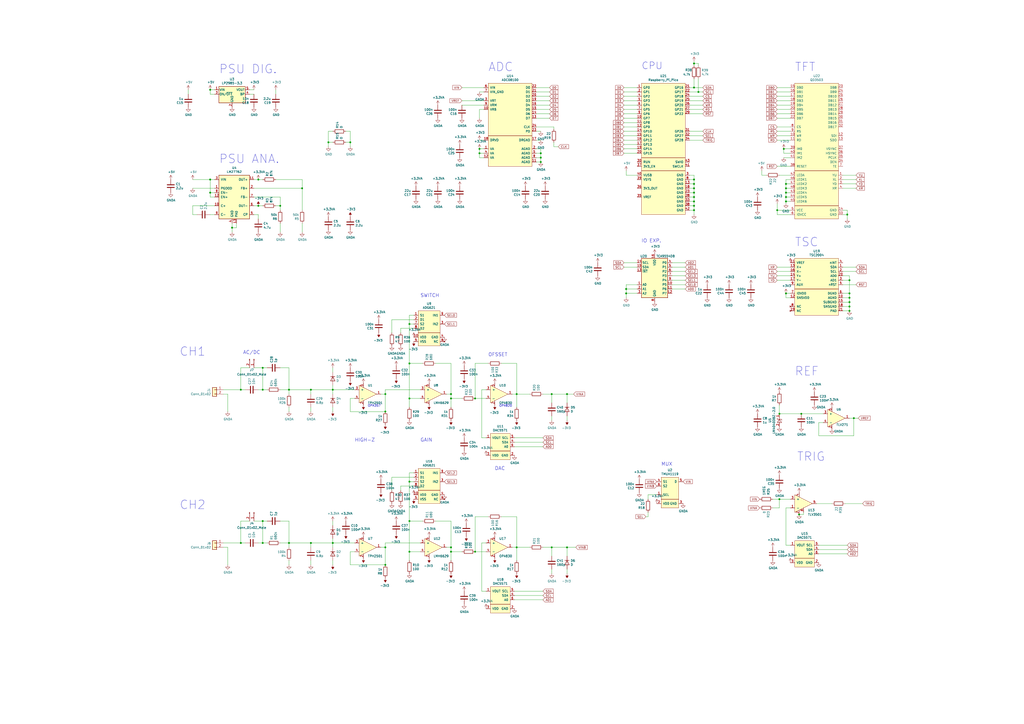
<source format=kicad_sch>
(kicad_sch (version 20211123) (generator eeschema)
  (paper "A2")
  (junction (at 180.34 314.96))
  (junction (at 167.64 314.96))
  (junction (at 492.76 172.72))
  (junction (at 402.59 36.83))
  (junction (at 491.49 124.46))
  (junction (at 492.76 175.26))
  (junction (at 193.04 226.06))
  (junction (at 149.86 104.14))
  (junction (at 167.64 226.06))
  (junction (at 275.59 320.04))
  (junction (at 320.04 317.5))
  (junction (at 405.13 53.34))
  (junction (at 402.59 50.8))
  (junction (at 492.76 180.34))
  (junction (at 492.76 170.18))
  (junction (at 464.82 240.03))
  (junction (at 278.13 88.9))
  (junction (at 452.12 289.56))
  (junction (at 452.12 240.03))
  (junction (at 175.26 109.22))
  (junction (at 275.59 231.14))
  (junction (at 152.4 302.26))
  (junction (at 223.52 228.6))
  (junction (at 139.7 314.96))
  (junction (at 299.72 228.6))
  (junction (at 223.52 317.5))
  (junction (at 261.62 320.04))
  (junction (at 261.62 228.6))
  (junction (at 152.4 226.06))
  (junction (at 320.04 228.6))
  (junction (at 455.93 111.76))
  (junction (at 121.92 111.76))
  (junction (at 402.59 109.22))
  (junction (at 402.59 114.3))
  (junction (at 261.62 231.14))
  (junction (at 328.93 317.5))
  (junction (at 190.5 82.55))
  (junction (at 193.04 314.96))
  (junction (at 152.4 213.36))
  (junction (at 492.76 177.8))
  (junction (at 402.59 116.84))
  (junction (at 313.69 91.44))
  (junction (at 363.22 167.64))
  (junction (at 149.86 119.38))
  (junction (at 450.85 121.92))
  (junction (at 237.49 320.04))
  (junction (at 495.3 242.57))
  (junction (at 223.52 327.66))
  (junction (at 402.59 119.38))
  (junction (at 492.76 162.56))
  (junction (at 328.93 228.6))
  (junction (at 455.93 116.84))
  (junction (at 299.72 317.5))
  (junction (at 237.49 279.4))
  (junction (at 237.49 302.26))
  (junction (at 402.59 106.68))
  (junction (at 261.62 317.5))
  (junction (at 455.93 114.3))
  (junction (at 203.2 82.55))
  (junction (at 402.59 121.92))
  (junction (at 237.49 187.96))
  (junction (at 363.22 170.18))
  (junction (at 139.7 226.06))
  (junction (at 121.92 104.14))
  (junction (at 121.92 52.07))
  (junction (at 237.49 231.14))
  (junction (at 223.52 238.76))
  (junction (at 237.49 210.82))
  (junction (at 455.93 170.18))
  (junction (at 455.93 106.68))
  (junction (at 402.59 111.76))
  (junction (at 134.62 132.08))
  (junction (at 152.4 314.96))
  (junction (at 455.93 109.22))
  (junction (at 402.59 104.14))
  (junction (at 162.56 119.38))
  (junction (at 463.55 298.45))
  (junction (at 180.34 226.06))
  (junction (at 454.66 86.36))
  (junction (at 313.69 93.98))
  (junction (at 278.13 86.36))
  (junction (at 313.69 88.9))
  (wire (pts (xy 466.09 298.45) (xy 463.55 298.45)))
  (wire (pts (xy 144.78 52.07) (xy 147.32 52.07)))
  (wire (pts (xy 321.31 73.66) (xy 321.31 74.93)))
  (wire (pts (xy 193.04 236.22) (xy 193.04 238.76)))
  (wire (pts (xy 160.02 104.14) (xy 175.26 104.14)))
  (wire (pts (xy 152.4 226.06) (xy 154.94 226.06)))
  (wire (pts (xy 375.92 299.72) (xy 374.65 299.72)))
  (wire (pts (xy 227.33 185.42) (xy 227.33 193.04)))
  (wire (pts (xy 124.46 54.61) (xy 121.92 54.61)))
  (wire (pts (xy 311.15 91.44) (xy 313.69 91.44)))
  (wire (pts (xy 455.93 106.68) (xy 455.93 109.22)))
  (wire (pts (xy 400.05 50.8) (xy 402.59 50.8)))
  (wire (pts (xy 193.04 312.42) (xy 193.04 314.96)))
  (wire (pts (xy 450.85 121.92) (xy 450.85 118.11)))
  (wire (pts (xy 458.47 101.6) (xy 452.12 101.6)))
  (wire (pts (xy 121.92 111.76) (xy 121.92 104.14)))
  (wire (pts (xy 452.12 289.56) (xy 448.31 289.56)))
  (wire (pts (xy 458.47 86.36) (xy 454.66 86.36)))
  (wire (pts (xy 311.15 86.36) (xy 313.69 86.36)))
  (wire (pts (xy 458.47 162.56) (xy 450.85 162.56)))
  (wire (pts (xy 162.56 213.36) (xy 167.64 213.36)))
  (wire (pts (xy 149.86 124.46) (xy 149.86 127)))
  (wire (pts (xy 405.13 36.83) (xy 402.59 36.83)))
  (wire (pts (xy 193.04 223.52) (xy 193.04 226.06)))
  (wire (pts (xy 223.52 226.06) (xy 243.84 226.06)))
  (wire (pts (xy 458.47 172.72) (xy 455.93 172.72)))
  (wire (pts (xy 290.83 299.72) (xy 299.72 299.72)))
  (wire (pts (xy 458.47 73.66) (xy 450.85 73.66)))
  (wire (pts (xy 402.59 106.68) (xy 402.59 109.22)))
  (wire (pts (xy 240.03 276.86) (xy 227.33 276.86)))
  (wire (pts (xy 267.97 231.14) (xy 261.62 231.14)))
  (wire (pts (xy 129.54 314.96) (xy 139.7 314.96)))
  (wire (pts (xy 495.3 242.57) (xy 495.3 252.73)))
  (wire (pts (xy 477.52 245.11) (xy 474.98 245.11)))
  (wire (pts (xy 492.76 177.8) (xy 492.76 180.34)))
  (wire (pts (xy 180.34 236.22) (xy 180.34 238.76)))
  (wire (pts (xy 279.4 342.9) (xy 281.94 342.9)))
  (wire (pts (xy 361.95 68.58) (xy 369.57 68.58)))
  (wire (pts (xy 137.16 129.54) (xy 137.16 132.08)))
  (wire (pts (xy 121.92 104.14) (xy 124.46 104.14)))
  (wire (pts (xy 281.94 320.04) (xy 275.59 320.04)))
  (wire (pts (xy 147.32 104.14) (xy 149.86 104.14)))
  (wire (pts (xy 361.95 86.36) (xy 369.57 86.36)))
  (wire (pts (xy 400.05 106.68) (xy 402.59 106.68)))
  (wire (pts (xy 193.04 314.96) (xy 205.74 314.96)))
  (wire (pts (xy 363.22 165.1) (xy 363.22 167.64)))
  (wire (pts (xy 203.2 82.55) (xy 203.2 76.2)))
  (wire (pts (xy 167.64 314.96) (xy 180.34 314.96)))
  (wire (pts (xy 237.49 320.04) (xy 237.49 325.12)))
  (wire (pts (xy 474.98 318.77) (xy 491.49 318.77)))
  (wire (pts (xy 240.03 185.42) (xy 227.33 185.42)))
  (wire (pts (xy 227.33 276.86) (xy 227.33 284.48)))
  (wire (pts (xy 361.95 60.96) (xy 369.57 60.96)))
  (wire (pts (xy 167.64 302.26) (xy 167.64 314.96)))
  (wire (pts (xy 237.49 302.26) (xy 237.49 279.4)))
  (wire (pts (xy 458.47 160.02) (xy 450.85 160.02)))
  (wire (pts (xy 458.47 124.46) (xy 450.85 124.46)))
  (wire (pts (xy 488.95 124.46) (xy 491.49 124.46)))
  (wire (pts (xy 223.52 228.6) (xy 220.98 228.6)))
  (wire (pts (xy 407.67 78.74) (xy 400.05 78.74)))
  (wire (pts (xy 405.13 53.34) (xy 407.67 53.34)))
  (wire (pts (xy 237.49 210.82) (xy 237.49 187.96)))
  (wire (pts (xy 144.78 54.61) (xy 147.32 54.61)))
  (wire (pts (xy 455.93 104.14) (xy 455.93 106.68)))
  (wire (pts (xy 311.15 88.9) (xy 313.69 88.9)))
  (wire (pts (xy 237.49 210.82) (xy 237.49 231.14)))
  (wire (pts (xy 492.76 172.72) (xy 492.76 175.26)))
  (wire (pts (xy 320.04 322.58) (xy 320.04 317.5)))
  (wire (pts (xy 237.49 302.26) (xy 237.49 320.04)))
  (wire (pts (xy 190.5 82.55) (xy 190.5 85.09)))
  (wire (pts (xy 361.95 88.9) (xy 369.57 88.9)))
  (wire (pts (xy 458.47 114.3) (xy 455.93 114.3)))
  (wire (pts (xy 407.67 81.28) (xy 400.05 81.28)))
  (wire (pts (xy 298.45 259.08) (xy 314.96 259.08)))
  (wire (pts (xy 363.22 170.18) (xy 369.57 170.18)))
  (wire (pts (xy 205.74 320.04) (xy 203.2 320.04)))
  (wire (pts (xy 458.47 88.9) (xy 454.66 88.9)))
  (wire (pts (xy 175.26 104.14) (xy 175.26 109.22)))
  (wire (pts (xy 278.13 91.44) (xy 278.13 88.9)))
  (wire (pts (xy 261.62 228.6) (xy 261.62 231.14)))
  (wire (pts (xy 261.62 317.5) (xy 261.62 320.04)))
  (wire (pts (xy 283.21 299.72) (xy 275.59 299.72)))
  (wire (pts (xy 252.73 210.82) (xy 261.62 210.82)))
  (wire (pts (xy 320.04 317.5) (xy 328.93 317.5)))
  (wire (pts (xy 400.05 104.14) (xy 402.59 104.14)))
  (wire (pts (xy 267.97 320.04) (xy 261.62 320.04)))
  (wire (pts (xy 299.72 210.82) (xy 299.72 228.6)))
  (wire (pts (xy 318.77 58.42) (xy 311.15 58.42)))
  (wire (pts (xy 466.09 297.18) (xy 466.09 298.45)))
  (wire (pts (xy 298.45 342.9) (xy 314.96 342.9)))
  (wire (pts (xy 369.57 165.1) (xy 363.22 165.1)))
  (wire (pts (xy 488.95 170.18) (xy 492.76 170.18)))
  (wire (pts (xy 313.69 86.36) (xy 313.69 88.9)))
  (wire (pts (xy 162.56 302.26) (xy 167.64 302.26)))
  (wire (pts (xy 490.22 292.1) (xy 500.38 292.1)))
  (wire (pts (xy 167.64 213.36) (xy 167.64 226.06)))
  (wire (pts (xy 279.4 314.96) (xy 281.94 314.96)))
  (wire (pts (xy 147.32 114.3) (xy 162.56 114.3)))
  (wire (pts (xy 407.67 76.2) (xy 400.05 76.2)))
  (wire (pts (xy 458.47 81.28) (xy 450.85 81.28)))
  (wire (pts (xy 167.64 228.6) (xy 167.64 226.06)))
  (wire (pts (xy 361.95 55.88) (xy 369.57 55.88)))
  (wire (pts (xy 444.5 101.6) (xy 441.96 101.6)))
  (wire (pts (xy 488.95 175.26) (xy 492.76 175.26)))
  (wire (pts (xy 314.96 317.5) (xy 320.04 317.5)))
  (wire (pts (xy 450.85 60.96) (xy 458.47 60.96)))
  (wire (pts (xy 400.05 55.88) (xy 407.67 55.88)))
  (wire (pts (xy 162.56 119.38) (xy 162.56 121.92)))
  (wire (pts (xy 497.84 242.57) (xy 495.3 242.57)))
  (wire (pts (xy 361.95 53.34) (xy 369.57 53.34)))
  (wire (pts (xy 450.85 58.42) (xy 458.47 58.42)))
  (wire (pts (xy 477.52 240.03) (xy 464.82 240.03)))
  (wire (pts (xy 149.86 314.96) (xy 152.4 314.96)))
  (wire (pts (xy 328.93 330.2) (xy 328.93 332.74)))
  (wire (pts (xy 402.59 50.8) (xy 407.67 50.8)))
  (wire (pts (xy 240.03 182.88) (xy 237.49 182.88)))
  (wire (pts (xy 492.76 175.26) (xy 492.76 177.8)))
  (wire (pts (xy 261.62 228.6) (xy 259.08 228.6)))
  (wire (pts (xy 311.15 81.28) (xy 313.69 81.28)))
  (wire (pts (xy 132.08 228.6) (xy 132.08 238.76)))
  (wire (pts (xy 124.46 114.3) (xy 121.92 114.3)))
  (wire (pts (xy 193.04 226.06) (xy 205.74 226.06)))
  (wire (pts (xy 361.95 81.28) (xy 369.57 81.28)))
  (wire (pts (xy 203.2 327.66) (xy 223.52 327.66)))
  (wire (pts (xy 223.52 314.96) (xy 223.52 317.5)))
  (wire (pts (xy 275.59 210.82) (xy 275.59 231.14)))
  (wire (pts (xy 139.7 226.06) (xy 142.24 226.06)))
  (wire (pts (xy 458.47 154.94) (xy 450.85 154.94)))
  (wire (pts (xy 280.67 86.36) (xy 278.13 86.36)))
  (wire (pts (xy 402.59 38.1) (xy 402.59 36.83)))
  (wire (pts (xy 298.45 256.54) (xy 314.96 256.54)))
  (wire (pts (xy 283.21 210.82) (xy 275.59 210.82)))
  (wire (pts (xy 132.08 317.5) (xy 132.08 327.66)))
  (wire (pts (xy 129.54 226.06) (xy 139.7 226.06)))
  (wire (pts (xy 402.59 119.38) (xy 402.59 121.92)))
  (wire (pts (xy 237.49 231.14) (xy 237.49 236.22)))
  (wire (pts (xy 311.15 76.2) (xy 313.69 76.2)))
  (wire (pts (xy 245.11 302.26) (xy 237.49 302.26)))
  (wire (pts (xy 361.95 58.42) (xy 369.57 58.42)))
  (wire (pts (xy 488.95 172.72) (xy 492.76 172.72)))
  (wire (pts (xy 299.72 317.5) (xy 307.34 317.5)))
  (wire (pts (xy 397.51 167.64) (xy 389.89 167.64)))
  (wire (pts (xy 147.32 124.46) (xy 149.86 124.46)))
  (wire (pts (xy 363.22 101.6) (xy 363.22 99.06)))
  (wire (pts (xy 397.51 165.1) (xy 389.89 165.1)))
  (wire (pts (xy 361.95 76.2) (xy 369.57 76.2)))
  (wire (pts (xy 320.04 233.68) (xy 320.04 228.6)))
  (wire (pts (xy 405.13 45.72) (xy 405.13 53.34)))
  (wire (pts (xy 237.49 187.96) (xy 237.49 182.88)))
  (wire (pts (xy 400.05 60.96) (xy 407.67 60.96)))
  (wire (pts (xy 400.05 63.5) (xy 407.67 63.5)))
  (wire (pts (xy 311.15 73.66) (xy 321.31 73.66)))
  (wire (pts (xy 402.59 101.6) (xy 402.59 104.14)))
  (wire (pts (xy 180.34 325.12) (xy 180.34 327.66)))
  (wire (pts (xy 389.89 154.94) (xy 397.51 154.94)))
  (wire (pts (xy 124.46 109.22) (xy 111.76 109.22)))
  (wire (pts (xy 311.15 93.98) (xy 313.69 93.98)))
  (wire (pts (xy 458.47 111.76) (xy 455.93 111.76)))
  (wire (pts (xy 389.89 152.4) (xy 397.51 152.4)))
  (wire (pts (xy 275.59 299.72) (xy 275.59 320.04)))
  (wire (pts (xy 482.6 292.1) (xy 473.71 292.1)))
  (wire (pts (xy 203.2 231.14) (xy 203.2 238.76)))
  (wire (pts (xy 111.76 124.46) (xy 114.3 124.46)))
  (wire (pts (xy 193.04 302.26) (xy 193.04 304.8)))
  (wire (pts (xy 375.92 287.02) (xy 381 287.02)))
  (wire (pts (xy 402.59 109.22) (xy 402.59 111.76)))
  (wire (pts (xy 496.57 165.1) (xy 488.95 165.1)))
  (wire (pts (xy 162.56 226.06) (xy 167.64 226.06)))
  (wire (pts (xy 267.97 58.42) (xy 280.67 58.42)))
  (wire (pts (xy 240.03 281.94) (xy 232.41 281.94)))
  (wire (pts (xy 332.74 228.6) (xy 328.93 228.6)))
  (wire (pts (xy 298.45 254) (xy 314.96 254)))
  (wire (pts (xy 121.92 54.61) (xy 121.92 52.07)))
  (wire (pts (xy 240.03 187.96) (xy 237.49 187.96)))
  (wire (pts (xy 458.47 96.52) (xy 450.85 96.52)))
  (wire (pts (xy 488.95 157.48) (xy 496.57 157.48)))
  (wire (pts (xy 240.03 274.32) (xy 237.49 274.32)))
  (wire (pts (xy 137.16 132.08) (xy 134.62 132.08)))
  (wire (pts (xy 455.93 114.3) (xy 455.93 116.84)))
  (wire (pts (xy 488.95 154.94) (xy 496.57 154.94)))
  (wire (pts (xy 280.67 50.8) (xy 267.97 50.8)))
  (wire (pts (xy 160.02 52.07) (xy 160.02 54.61)))
  (wire (pts (xy 389.89 160.02) (xy 397.51 160.02)))
  (wire (pts (xy 361.95 83.82) (xy 369.57 83.82)))
  (wire (pts (xy 454.66 88.9) (xy 454.66 86.36)))
  (wire (pts (xy 474.98 316.23) (xy 491.49 316.23)))
  (wire (pts (xy 458.47 294.64) (xy 455.93 294.64)))
  (wire (pts (xy 488.95 180.34) (xy 492.76 180.34)))
  (wire (pts (xy 147.32 302.26) (xy 152.4 302.26)))
  (wire (pts (xy 474.98 245.11) (xy 474.98 252.73)))
  (wire (pts (xy 361.95 66.04) (xy 369.57 66.04)))
  (wire (pts (xy 369.57 154.94) (xy 361.95 154.94)))
  (wire (pts (xy 180.34 226.06) (xy 180.34 228.6)))
  (wire (pts (xy 193.04 228.6) (xy 193.04 226.06)))
  (wire (pts (xy 149.86 226.06) (xy 152.4 226.06)))
  (wire (pts (xy 124.46 111.76) (xy 121.92 111.76)))
  (wire (pts (xy 488.95 177.8) (xy 492.76 177.8)))
  (wire (pts (xy 298.45 347.98) (xy 314.96 347.98)))
  (wire (pts (xy 488.95 106.68) (xy 496.57 106.68)))
  (wire (pts (xy 243.84 231.14) (xy 237.49 231.14)))
  (wire (pts (xy 458.47 116.84) (xy 455.93 116.84)))
  (wire (pts (xy 200.66 82.55) (xy 203.2 82.55)))
  (wire (pts (xy 458.47 157.48) (xy 450.85 157.48)))
  (wire (pts (xy 491.49 124.46) (xy 491.49 127)))
  (wire (pts (xy 458.47 109.22) (xy 455.93 109.22)))
  (wire (pts (xy 375.92 297.18) (xy 375.92 299.72)))
  (wire (pts (xy 279.4 226.06) (xy 281.94 226.06)))
  (wire (pts (xy 455.93 111.76) (xy 455.93 114.3)))
  (wire (pts (xy 280.67 63.5) (xy 278.13 63.5)))
  (wire (pts (xy 450.85 68.58) (xy 458.47 68.58)))
  (wire (pts (xy 299.72 317.5) (xy 297.18 317.5)))
  (wire (pts (xy 318.77 53.34) (xy 311.15 53.34)))
  (wire (pts (xy 237.49 279.4) (xy 237.49 274.32)))
  (wire (pts (xy 474.98 321.31) (xy 491.49 321.31)))
  (wire (pts (xy 464.82 240.03) (xy 452.12 240.03)))
  (wire (pts (xy 458.47 78.74) (xy 450.85 78.74)))
  (wire (pts (xy 328.93 322.58) (xy 328.93 317.5)))
  (wire (pts (xy 402.59 45.72) (xy 402.59 50.8)))
  (wire (pts (xy 400.05 116.84) (xy 402.59 116.84)))
  (wire (pts (xy 400.05 121.92) (xy 402.59 121.92)))
  (wire (pts (xy 318.77 55.88) (xy 311.15 55.88)))
  (wire (pts (xy 203.2 320.04) (xy 203.2 327.66)))
  (wire (pts (xy 237.49 210.82) (xy 245.11 210.82)))
  (wire (pts (xy 455.93 316.23) (xy 458.47 316.23)))
  (wire (pts (xy 162.56 129.54) (xy 162.56 134.62)))
  (wire (pts (xy 298.45 345.44) (xy 314.96 345.44)))
  (wire (pts (xy 452.12 294.64) (xy 452.12 289.56)))
  (wire (pts (xy 313.69 91.44) (xy 313.69 93.98)))
  (wire (pts (xy 369.57 167.64) (xy 363.22 167.64)))
  (wire (pts (xy 240.03 190.5) (xy 232.41 190.5)))
  (wire (pts (xy 375.92 289.56) (xy 375.92 287.02)))
  (wire (pts (xy 400.05 114.3) (xy 402.59 114.3)))
  (wire (pts (xy 147.32 213.36) (xy 152.4 213.36)))
  (wire (pts (xy 261.62 302.26) (xy 252.73 302.26)))
  (wire (pts (xy 400.05 119.38) (xy 402.59 119.38)))
  (wire (pts (xy 448.31 294.64) (xy 452.12 294.64)))
  (wire (pts (xy 203.2 82.55) (xy 203.2 85.09)))
  (wire (pts (xy 175.26 109.22) (xy 175.26 121.92)))
  (wire (pts (xy 278.13 88.9) (xy 278.13 86.36)))
  (wire (pts (xy 318.77 63.5) (xy 311.15 63.5)))
  (wire (pts (xy 313.69 88.9) (xy 313.69 91.44)))
  (wire (pts (xy 193.04 76.2) (xy 190.5 76.2)))
  (wire (pts (xy 124.46 52.07) (xy 121.92 52.07)))
  (wire (pts (xy 180.34 314.96) (xy 180.34 317.5)))
  (wire (pts (xy 205.74 231.14) (xy 203.2 231.14)))
  (wire (pts (xy 190.5 76.2) (xy 190.5 82.55)))
  (wire (pts (xy 402.59 121.92) (xy 402.59 124.46)))
  (wire (pts (xy 318.77 68.58) (xy 311.15 68.58)))
  (wire (pts (xy 280.67 53.34) (xy 278.13 53.34)))
  (wire (pts (xy 203.2 238.76) (xy 223.52 238.76)))
  (wire (pts (xy 328.93 241.3) (xy 328.93 243.84)))
  (wire (pts (xy 320.04 241.3) (xy 320.04 243.84)))
  (wire (pts (xy 223.52 226.06) (xy 223.52 228.6)))
  (wire (pts (xy 400.05 53.34) (xy 405.13 53.34)))
  (wire (pts (xy 152.4 302.26) (xy 152.4 314.96)))
  (wire (pts (xy 458.47 104.14) (xy 455.93 104.14)))
  (wire (pts (xy 261.62 317.5) (xy 261.62 302.26)))
  (wire (pts (xy 232.41 281.94) (xy 232.41 284.48)))
  (wire (pts (xy 320.04 330.2) (xy 320.04 332.74)))
  (wire (pts (xy 450.85 50.8) (xy 458.47 50.8)))
  (wire (pts (xy 279.4 314.96) (xy 279.4 342.9)))
  (wire (pts (xy 491.49 121.92) (xy 491.49 124.46)))
  (wire (pts (xy 402.59 36.83) (xy 402.59 35.56)))
  (wire (pts (xy 458.47 289.56) (xy 452.12 289.56)))
  (wire (pts (xy 458.47 76.2) (xy 450.85 76.2)))
  (wire (pts (xy 121.92 114.3) (xy 121.92 111.76)))
  (wire (pts (xy 455.93 172.72) (xy 455.93 170.18)))
  (wire (pts (xy 492.76 170.18) (xy 492.76 172.72)))
  (wire (pts (xy 167.64 226.06) (xy 180.34 226.06)))
  (wire (pts (xy 369.57 101.6) (xy 363.22 101.6)))
  (wire (pts (xy 223.52 314.96) (xy 243.84 314.96)))
  (wire (pts (xy 402.59 111.76) (xy 402.59 114.3)))
  (wire (pts (xy 232.41 190.5) (xy 232.41 193.04)))
  (wire (pts (xy 109.22 52.07) (xy 109.22 54.61)))
  (wire (pts (xy 139.7 302.26) (xy 139.7 314.96)))
  (wire (pts (xy 149.86 119.38) (xy 152.4 119.38)))
  (wire (pts (xy 299.72 228.6) (xy 297.18 228.6)))
  (wire (pts (xy 458.47 121.92) (xy 450.85 121.92)))
  (wire (pts (xy 363.22 167.64) (xy 363.22 170.18)))
  (wire (pts (xy 280.67 91.44) (xy 278.13 91.44)))
  (wire (pts (xy 455.93 116.84) (xy 455.93 118.11)))
  (wire (pts (xy 261.62 317.5) (xy 259.08 317.5)))
  (wire (pts (xy 318.77 66.04) (xy 311.15 66.04)))
  (wire (pts (xy 488.95 162.56) (xy 492.76 162.56)))
  (wire (pts (xy 389.89 162.56) (xy 397.51 162.56)))
  (wire (pts (xy 167.64 236.22) (xy 167.64 238.76)))
  (wire (pts (xy 280.67 88.9) (xy 278.13 88.9)))
  (wire (pts (xy 299.72 317.5) (xy 299.72 325.12)))
  (wire (pts (xy 203.2 76.2) (xy 200.66 76.2)))
  (wire (pts (xy 488.95 104.14) (xy 496.57 104.14)))
  (wire (pts (xy 149.86 104.14) (xy 152.4 104.14)))
  (wire (pts (xy 299.72 299.72) (xy 299.72 317.5)))
  (wire (pts (xy 139.7 314.96) (xy 142.24 314.96)))
  (wire (pts (xy 400.05 58.42) (xy 407.67 58.42)))
  (wire (pts (xy 488.95 160.02) (xy 492.76 160.02)))
  (wire (pts (xy 488.95 101.6) (xy 496.57 101.6)))
  (wire (pts (xy 180.34 314.96) (xy 193.04 314.96)))
  (wire (pts (xy 279.4 254) (xy 281.94 254)))
  (wire (pts (xy 450.85 63.5) (xy 458.47 63.5)))
  (wire (pts (xy 139.7 302.26) (xy 144.78 302.26)))
  (wire (pts (xy 458.47 106.68) (xy 455.93 106.68)))
  (wire (pts (xy 279.4 226.06) (xy 279.4 254)))
  (wire (pts (xy 111.76 104.14) (xy 121.92 104.14)))
  (wire (pts (xy 369.57 152.4) (xy 361.95 152.4)))
  (wire (pts (xy 400.05 101.6) (xy 402.59 101.6)))
  (wire (pts (xy 162.56 314.96) (xy 167.64 314.96)))
  (wire (pts (xy 361.95 71.12) (xy 369.57 71.12)))
  (wire (pts (xy 318.77 50.8) (xy 311.15 50.8)))
  (wire (pts (xy 455.93 294.64) (xy 455.93 316.23)))
  (wire (pts (xy 361.95 78.74) (xy 369.57 78.74)))
  (wire (pts (xy 152.4 302.26) (xy 154.94 302.26)))
  (wire (pts (xy 402.59 114.3) (xy 402.59 116.84)))
  (wire (pts (xy 134.62 132.08) (xy 134.62 129.54)))
  (wire (pts (xy 488.95 109.22) (xy 496.57 109.22)))
  (wire (pts (xy 450.85 124.46) (xy 450.85 121.92)))
  (wire (pts (xy 441.96 101.6) (xy 441.96 99.06)))
  (wire (pts (xy 363.22 170.18) (xy 363.22 172.72)))
  (wire (pts (xy 111.76 119.38) (xy 111.76 124.46)))
  (wire (pts (xy 299.72 228.6) (xy 307.34 228.6)))
  (wire (pts (xy 318.77 60.96) (xy 311.15 60.96)))
  (wire (pts (xy 147.32 119.38) (xy 149.86 119.38)))
  (wire (pts (xy 314.96 228.6) (xy 320.04 228.6)))
  (wire (pts (xy 320.04 228.6) (xy 328.93 228.6)))
  (wire (pts (xy 180.34 226.06) (xy 193.04 226.06)))
  (wire (pts (xy 334.01 317.5) (xy 328.93 317.5)))
  (wire (pts (xy 139.7 213.36) (xy 144.78 213.36)))
  (wire (pts (xy 124.46 119.38) (xy 111.76 119.38)))
  (wire (pts (xy 450.85 66.04) (xy 458.47 66.04)))
  (wire (pts (xy 400.05 66.04) (xy 407.67 66.04)))
  (wire (pts (xy 458.47 170.18) (xy 455.93 170.18)))
  (wire (pts (xy 400.05 109.22) (xy 402.59 109.22)))
  (wire (pts (xy 389.89 157.48) (xy 397.51 157.48)))
  (wire (pts (xy 455.93 109.22) (xy 455.93 111.76)))
  (wire (pts (xy 402.59 104.14) (xy 402.59 106.68)))
  (wire (pts (xy 160.02 119.38) (xy 162.56 119.38)))
  (wire (pts (xy 124.46 124.46) (xy 121.92 124.46)))
  (wire (pts (xy 328.93 233.68) (xy 328.93 228.6)))
  (wire (pts (xy 190.5 82.55) (xy 193.04 82.55)))
  (wire (pts (xy 280.67 81.28) (xy 278.13 81.28)))
  (wire (pts (xy 278.13 63.5) (xy 278.13 68.58)))
  (wire (pts (xy 321.31 82.55) (xy 321.31 85.09)))
  (wire (pts (xy 450.85 53.34) (xy 458.47 53.34)))
  (wire (pts (xy 488.95 121.92) (xy 491.49 121.92)))
  (wire (pts (xy 152.4 314.96) (xy 154.94 314.96)))
  (wire (pts (xy 299.72 228.6) (xy 299.72 236.22)))
  (wire (pts (xy 361.95 50.8) (xy 369.57 50.8)))
  (wire (pts (xy 281.94 231.14) (xy 275.59 231.14)))
  (wire (pts (xy 223.52 317.5) (xy 220.98 317.5)))
  (wire (pts (xy 458.47 91.44) (xy 454.66 91.44)))
  (wire (pts (xy 361.95 63.5) (xy 369.57 63.5)))
  (wire (pts (xy 450.85 55.88) (xy 458.47 55.88)))
  (wire (pts (xy 402.59 116.84) (xy 402.59 119.38)))
  (wire (pts (xy 261.62 231.14) (xy 261.62 236.22)))
  (wire (pts (xy 193.04 325.12) (xy 193.04 327.66)))
  (wire (pts (xy 152.4 213.36) (xy 154.94 213.36)))
  (wire (pts (xy 492.76 162.56) (xy 492.76 170.18)))
  (wire (pts (xy 223.52 327.66) (xy 223.52 317.5)))
  (wire (pts (xy 240.03 279.4) (xy 237.49 279.4)))
  (wire (pts (xy 495.3 242.57) (xy 492.76 242.57)))
  (wire (pts (xy 290.83 210.82) (xy 299.72 210.82)))
  (wire (pts (xy 452.12 240.03) (xy 452.12 234.95)))
  (wire (pts (xy 405.13 38.1) (xy 405.13 36.83)))
  (wire (pts (xy 193.04 213.36) (xy 193.04 215.9)))
  (wire (pts (xy 243.84 320.04) (xy 237.49 320.04)))
  (wire (pts (xy 175.26 129.54) (xy 175.26 134.62)))
  (wire (pts (xy 474.98 252.73) (xy 495.3 252.73)))
  (wire (pts (xy 167.64 325.12) (xy 167.64 327.66)))
  (wire (pts (xy 193.04 317.5) (xy 193.04 314.96)))
  (wire (pts (xy 261.62 320.04) (xy 261.62 325.12)))
  (wire (pts (xy 134.62 134.62) (xy 134.62 132.08)))
  (wire (pts (xy 152.4 213.36) (xy 152.4 226.06)))
  (wire (pts (xy 492.76 160.02) (xy 492.76 162.56)))
  (wire (pts (xy 280.67 60.96) (xy 267.97 60.96)))
  (wire (pts (xy 162.56 114.3) (xy 162.56 119.38)))
  (wire (pts (xy 400.05 111.76) (xy 402.59 111.76)))
  (wire (pts (xy 223.52 238.76) (xy 223.52 228.6)))
  (wire (pts (xy 129.54 317.5) (xy 132.08 317.5)))
  (wire (pts (xy 147.32 109.22) (xy 175.26 109.22)))
  (wire (pts (xy 139.7 213.36) (xy 139.7 226.06)))
  (wire (pts (xy 167.64 317.5) (xy 167.64 314.96)))
  (wire (pts (xy 261.62 210.82) (xy 261.62 228.6)))
  (wire (pts (xy 321.31 85.09) (xy 323.85 85.09)))
  (wire (pts (xy 361.95 73.66) (xy 369.57 73.66)))
  (wire (pts (xy 129.54 228.6) (xy 132.08 228.6)))
  (text "GAIN" (at 243.84 256.54 0) (effects (font (size 2.0066 2.0066)) (justify left bottom)))
  (text "CH1" (at 104.14 207.01 0) (effects (font (size 5.0038 5.0038)) (justify left bottom)))
  (text "OFSSET" (at 283.21 207.01 0) (effects (font (size 2.0066 2.0066)) (justify left bottom)))
  (text "DAC" (at 287.02 273.05 0) (effects (font (size 2.0066 2.0066)) (justify left bottom)))
  (text "REF" (at 461.01 218.44 0) (effects (font (size 5.0038 5.0038)) (justify left bottom)))
  (text "CH2" (at 104.14 295.91 0) (effects (font (size 5.0038 5.0038)) (justify left bottom)))
  (text "PSU ANA." (at 127 95.25 0) (effects (font (size 5.0038 5.0038)) (justify left bottom)))
  (text "TFT" (at 461.01 41.91 0) (effects (font (size 5.0038 5.0038)) (justify left bottom)))
  (text "TRIG" (at 462.28 267.97 0) (effects (font (size 5.0038 5.0038)) (justify left bottom)))
  (text "MUX" (at 383.54 270.51 0) (effects (font (size 2.0066 2.0066)) (justify left bottom)))
  (text "PSU DIG." (at 127 43.18 0) (effects (font (size 5.0038 5.0038)) (justify left bottom)))
  (text "OPA357" (at 213.36 236.22 0) (effects (font (size 1.27 1.27)) (justify left bottom)))
  (text "TSC" (at 461.01 143.51 0) (effects (font (size 5.0038 5.0038)) (justify left bottom)))
  (text "ADC" (at 283.21 41.91 0) (effects (font (size 5.0038 5.0038)) (justify left bottom)))
  (text "OPA820" (at 289.56 236.22 0) (effects (font (size 1.27 1.27)) (justify left bottom)))
  (text "HIGH-Z" (at 205.74 256.54 0) (effects (font (size 2.0066 2.0066)) (justify left bottom)))
  (text "SWITCH" (at 243.84 172.72 0) (effects (font (size 2.0066 2.0066)) (justify left bottom)))
  (text "IO EXP." (at 372.11 140.97 0) (effects (font (size 2.0066 2.0066)) (justify left bottom)))
  (text "AC/DC" (at 140.97 205.74 0) (effects (font (size 2.0066 2.0066)) (justify left bottom)))
  (text "CPU" (at 372.11 40.64 0) (effects (font (size 3.9878 3.9878)) (justify left bottom)))
  (global_label "D6" (shape input) (at 361.95 66.04 180) (property "Intersheet References" "${INTERSHEET_REFS}" (effects hide)))
  (global_label "XR" (shape input) (at 496.57 109.22 0) (property "Intersheet References" "${INTERSHEET_REFS}" (effects hide)))
  (global_label "D7" (shape input) (at 361.95 68.58 180) (property "Intersheet References" "${INTERSHEET_REFS}" (effects hide)))
  (global_label "DB0" (shape input) (at 361.95 71.12 180) (property "Intersheet References" "${INTERSHEET_REFS}" (effects hide)))
  (global_label "VINB" (shape input) (at 381 281.94 180) (property "Intersheet References" "${INTERSHEET_REFS}" (effects hide)))
  (global_label "CLK" (shape input) (at 323.85 85.09 0) (property "Intersheet References" "${INTERSHEET_REFS}" (effects hide)))
  (global_label "SDA" (shape input) (at 407.67 50.8 0) (property "Intersheet References" "${INTERSHEET_REFS}" (effects hide)))
  (global_label "DB1" (shape input) (at 450.85 53.34 180) (property "Intersheet References" "${INTERSHEET_REFS}" (effects hide)))
  (global_label "RD" (shape input) (at 407.67 63.5 0) (property "Intersheet References" "${INTERSHEET_REFS}" (effects hide)))
  (global_label "RST" (shape input) (at 496.57 165.1 0) (property "Intersheet References" "${INTERSHEET_REFS}" (effects hide)))
  (global_label "SCL" (shape input) (at 361.95 154.94 180) (property "Intersheet References" "${INTERSHEET_REFS}" (effects hide)))
  (global_label "A02" (shape input) (at 491.49 321.31 0) (property "Intersheet References" "${INTERSHEET_REFS}" (effects hide)))
  (global_label "RST" (shape input) (at 450.85 96.52 180) (property "Intersheet References" "${INTERSHEET_REFS}" (effects hide)))
  (global_label "RST" (shape input) (at 407.67 66.04 0) (property "Intersheet References" "${INTERSHEET_REFS}" (effects hide)))
  (global_label "DB3" (shape input) (at 450.85 58.42 180) (property "Intersheet References" "${INTERSHEET_REFS}" (effects hide)))
  (global_label "A00" (shape input) (at 314.96 259.08 0) (property "Intersheet References" "${INTERSHEET_REFS}" (effects hide)))
  (global_label "A02" (shape input) (at 397.51 152.4 0) (property "Intersheet References" "${INTERSHEET_REFS}" (effects hide)))
  (global_label "DB4" (shape input) (at 450.85 60.96 180) (property "Intersheet References" "${INTERSHEET_REFS}" (effects hide)))
  (global_label "VIN" (shape input) (at 267.97 50.8 180) (property "Intersheet References" "${INTERSHEET_REFS}" (effects hide)))
  (global_label "SEL3" (shape input) (at 257.81 279.4 0) (property "Intersheet References" "${INTERSHEET_REFS}" (effects hide)))
  (global_label "TRIG" (shape input) (at 500.38 292.1 0) (property "Intersheet References" "${INTERSHEET_REFS}" (effects hide)))
  (global_label "VIN" (shape input) (at 440.69 289.56 180) (property "Intersheet References" "${INTERSHEET_REFS}" (effects hide)))
  (global_label "SCL" (shape input) (at 491.49 318.77 0) (property "Intersheet References" "${INTERSHEET_REFS}" (effects hide)))
  (global_label "CLK" (shape input) (at 407.67 76.2 0) (property "Intersheet References" "${INTERSHEET_REFS}" (effects hide)))
  (global_label "XR" (shape input) (at 450.85 154.94 180) (property "Intersheet References" "${INTERSHEET_REFS}" (effects hide)))
  (global_label "SEL" (shape input) (at 374.65 299.72 180) (property "Intersheet References" "${INTERSHEET_REFS}" (effects hide)))
  (global_label "D0" (shape input) (at 361.95 50.8 180) (property "Intersheet References" "${INTERSHEET_REFS}" (effects hide)))
  (global_label "SDA" (shape input) (at 491.49 316.23 0) (property "Intersheet References" "${INTERSHEET_REFS}" (effects hide)))
  (global_label "SCL" (shape input) (at 496.57 157.48 0) (property "Intersheet References" "${INTERSHEET_REFS}" (effects hide)))
  (global_label "D3" (shape input) (at 361.95 58.42 180) (property "Intersheet References" "${INTERSHEET_REFS}" (effects hide)))
  (global_label "D3" (shape input) (at 318.77 58.42 0) (property "Intersheet References" "${INTERSHEET_REFS}" (effects hide)))
  (global_label "VIN" (shape input) (at 396.24 279.4 0) (property "Intersheet References" "${INTERSHEET_REFS}" (effects hide)))
  (global_label "DB3" (shape input) (at 361.95 78.74 180) (property "Intersheet References" "${INTERSHEET_REFS}" (effects hide)))
  (global_label "A00" (shape input) (at 397.51 167.64 0) (property "Intersheet References" "${INTERSHEET_REFS}" (effects hide)))
  (global_label "DB5" (shape input) (at 450.85 63.5 180) (property "Intersheet References" "${INTERSHEET_REFS}" (effects hide)))
  (global_label "TRIG" (shape input) (at 407.67 81.28 0) (property "Intersheet References" "${INTERSHEET_REFS}" (effects hide)))
  (global_label "YU" (shape input) (at 496.57 101.6 0) (property "Intersheet References" "${INTERSHEET_REFS}" (effects hide)))
  (global_label "SEL" (shape input) (at 407.67 78.74 0) (property "Intersheet References" "${INTERSHEET_REFS}" (effects hide)))
  (global_label "WR" (shape input) (at 450.85 78.74 180) (property "Intersheet References" "${INTERSHEET_REFS}" (effects hide)))
  (global_label "DB1" (shape input) (at 361.95 73.66 180) (property "Intersheet References" "${INTERSHEET_REFS}" (effects hide)))
  (global_label "DB2" (shape input) (at 450.85 55.88 180) (property "Intersheet References" "${INTERSHEET_REFS}" (effects hide)))
  (global_label "D1" (shape input) (at 318.77 53.34 0) (property "Intersheet References" "${INTERSHEET_REFS}" (effects hide)))
  (global_label "CS" (shape input) (at 407.67 55.88 0) (property "Intersheet References" "${INTERSHEET_REFS}" (effects hide)))
  (global_label "D5" (shape input) (at 318.77 63.5 0) (property "Intersheet References" "${INTERSHEET_REFS}" (effects hide)))
  (global_label "D2" (shape input) (at 318.77 55.88 0) (property "Intersheet References" "${INTERSHEET_REFS}" (effects hide)))
  (global_label "DB4" (shape input) (at 361.95 81.28 180) (property "Intersheet References" "${INTERSHEET_REFS}" (effects hide)))
  (global_label "VINB" (shape input) (at 334.01 317.5 0) (property "Intersheet References" "${INTERSHEET_REFS}" (effects hide)))
  (global_label "SEL0" (shape input) (at 257.81 182.88 0) (property "Intersheet References" "${INTERSHEET_REFS}" (effects hide)))
  (global_label "CS" (shape input) (at 450.85 73.66 180) (property "Intersheet References" "${INTERSHEET_REFS}" (effects hide)))
  (global_label "SDA" (shape input) (at 496.57 154.94 0) (property "Intersheet References" "${INTERSHEET_REFS}" (effects hide)))
  (global_label "RD" (shape input) (at 450.85 81.28 180) (property "Intersheet References" "${INTERSHEET_REFS}" (effects hide)))
  (global_label "D5" (shape input) (at 361.95 63.5 180) (property "Intersheet References" "${INTERSHEET_REFS}" (effects hide)))
  (global_label "SEL1" (shape input) (at 397.51 162.56 0) (property "Intersheet References" "${INTERSHEET_REFS}" (effects hide)))
  (global_label "D4" (shape input) (at 318.77 60.96 0) (property "Intersheet References" "${INTERSHEET_REFS}" (effects hide)))
  (global_label "SDA" (shape input) (at 314.96 254 0) (property "Intersheet References" "${INTERSHEET_REFS}" (effects hide)))
  (global_label "VINA" (shape input) (at 381 279.4 180) (property "Intersheet References" "${INTERSHEET_REFS}" (effects hide)))
  (global_label "SDA" (shape input) (at 361.95 152.4 180) (property "Intersheet References" "${INTERSHEET_REFS}" (effects hide)))
  (global_label "SEL0" (shape input) (at 397.51 165.1 0) (property "Intersheet References" "${INTERSHEET_REFS}" (effects hide)))
  (global_label "DB0" (shape input) (at 450.85 50.8 180) (property "Intersheet References" "${INTERSHEET_REFS}" (effects hide)))
  (global_label "DB7" (shape input) (at 361.95 88.9 180) (property "Intersheet References" "${INTERSHEET_REFS}" (effects hide)))
  (global_label "RS" (shape input) (at 450.85 76.2 180) (property "Intersheet References" "${INTERSHEET_REFS}" (effects hide)))
  (global_label "SCL" (shape input) (at 314.96 345.44 0) (property "Intersheet References" "${INTERSHEET_REFS}" (effects hide)))
  (global_label "DB6" (shape input) (at 361.95 86.36 180) (property "Intersheet References" "${INTERSHEET_REFS}" (effects hide)))
  (global_label "D4" (shape input) (at 361.95 60.96 180) (property "Intersheet References" "${INTERSHEET_REFS}" (effects hide)))
  (global_label "D0" (shape input) (at 318.77 50.8 0) (property "Intersheet References" "${INTERSHEET_REFS}" (effects hide)))
  (global_label "SCL" (shape input) (at 407.67 53.34 0) (property "Intersheet References" "${INTERSHEET_REFS}" (effects hide)))
  (global_label "D6" (shape input) (at 318.77 66.04 0) (property "Intersheet References" "${INTERSHEET_REFS}" (effects hide)))
  (global_label "D7" (shape input) (at 318.77 68.58 0) (property "Intersheet References" "${INTERSHEET_REFS}" (effects hide)))
  (global_label "SEL3" (shape input) (at 397.51 160.02 0) (property "Intersheet References" "${INTERSHEET_REFS}" (effects hide)))
  (global_label "SCL" (shape input) (at 314.96 256.54 0) (property "Intersheet References" "${INTERSHEET_REFS}" (effects hide)))
  (global_label "VREF" (shape input) (at 267.97 58.42 180) (property "Intersheet References" "${INTERSHEET_REFS}" (effects hide)))
  (global_label "WR" (shape input) (at 407.67 60.96 0) (property "Intersheet References" "${INTERSHEET_REFS}" (effects hide)))
  (global_label "XL" (shape input) (at 496.57 104.14 0) (property "Intersheet References" "${INTERSHEET_REFS}" (effects hide)))
  (global_label "DB2" (shape input) (at 361.95 76.2 180) (property "Intersheet References" "${INTERSHEET_REFS}" (effects hide)))
  (global_label "A01" (shape input) (at 314.96 347.98 0) (property "Intersheet References" "${INTERSHEET_REFS}" (effects hide)))
  (global_label "YU" (shape input) (at 450.85 160.02 180) (property "Intersheet References" "${INTERSHEET_REFS}" (effects hide)))
  (global_label "SEL1" (shape input) (at 257.81 187.96 0) (property "Intersheet References" "${INTERSHEET_REFS}" (effects hide)))
  (global_label "SEL2" (shape input) (at 257.81 274.32 0) (property "Intersheet References" "${INTERSHEET_REFS}" (effects hide)))
  (global_label "YD" (shape input) (at 496.57 106.68 0) (property "Intersheet References" "${INTERSHEET_REFS}" (effects hide)))
  (global_label "YD" (shape input) (at 450.85 162.56 180) (property "Intersheet References" "${INTERSHEET_REFS}" (effects hide)))
  (global_label "RS" (shape input) (at 407.67 58.42 0) (property "Intersheet References" "${INTERSHEET_REFS}" (effects hide)))
  (global_label "D2" (shape input) (at 361.95 55.88 180) (property "Intersheet References" "${INTERSHEET_REFS}" (effects hide)))
  (global_label "VINA" (shape input) (at 332.74 228.6 0) (property "Intersheet References" "${INTERSHEET_REFS}" (effects hide)))
  (global_label "VREF" (shape input) (at 497.84 242.57 0) (property "Intersheet References" "${INTERSHEET_REFS}" (effects hide)))
  (global_label "VINA" (shape input) (at 440.69 294.64 180) (property "Intersheet References" "${INTERSHEET_REFS}" (effects hide)))
  (global_label "DB7" (shape input) (at 450.85 68.58 180) (property "Intersheet References" "${INTERSHEET_REFS}" (effects hide)))
  (global_label "SDA" (shape input) (at 314.96 342.9 0) (property "Intersheet References" "${INTERSHEET_REFS}" (effects hide)))
  (global_label "SEL2" (shape input) (at 397.51 157.48 0) (property "Intersheet References" "${INTERSHEET_REFS}" (effects hide)))
  (global_label "DB5" (shape input) (at 361.95 83.82 180) (property "Intersheet References" "${INTERSHEET_REFS}" (effects hide)))
  (global_label "XL" (shape input) (at 450.85 157.48 180) (property "Intersheet References" "${INTERSHEET_REFS}" (effects hide)))
  (global_label "D1" (shape input) (at 361.95 53.34 180) (property "Intersheet References" "${INTERSHEET_REFS}" (effects hide)))
  (global_label "A01" (shape input) (at 397.51 154.94 0) (property "Intersheet References" "${INTERSHEET_REFS}" (effects hide)))
  (global_label "DB6" (shape input) (at 450.85 66.04 180) (property "Intersheet References" "${INTERSHEET_REFS}" (effects hide)))
  (symbol (lib_id "power:+5V") (at 99.06 104.14 0) (unit 1)
    (property "Reference" "#PWR0102" (effects hide))
    (property "Value" "+5V" (at 99.441 99.7458 0))
  )
  (symbol (lib_id "power:-3V3") (at 149.86 119.38 0) (unit 1)
    (property "Reference" "#PWR0106" (effects hide))
    (property "Value" "-3V3" (at 150.241 114.9858 0))
  )
  (symbol (lib_id "power:GNDA") (at 190.5 133.35 0) (unit 1)
    (property "Reference" "#PWR0107" (effects hide))
    (property "Value" "GNDA" (at 190.627 137.7442 0))
  )
  (symbol (lib_id "Device:C") (at 118.11 124.46 90) (unit 1)
    (property "Reference" "C2" (at 116.9416 121.539 0) (effects (justify left)))
    (property "Value" "2.2u" (at 119.253 121.539 0) (effects (justify left)))
    (property "Footprint" "Capacitor_SMD:C_0603_1608Metric" (effects hide))
    (property "Datasheet" "https://datasheet.lcsc.com/lcsc/1810271109_Samsung-Electro-Mechanics-CL10A225KO8NNNC_C23630.pdf" (effects hide))
    (property "LCSC Part #" "C23630" (effects hide))
    (property "MFR. Part #" "CL10A225KO8NNNC" (effects hide))
  )
  (symbol (lib_id "Device:C") (at 149.86 130.81 0) (unit 1)
    (property "Reference" "C4" (at 152.781 129.6416 0) (effects (justify left)))
    (property "Value" "4.7u" (at 152.781 131.953 0) (effects (justify left)))
    (property "Footprint" "Capacitor_SMD:C_0603_1608Metric" (effects hide))
    (property "Datasheet" "https://datasheet.lcsc.com/lcsc/1810261514_Samsung-Electro-Mechanics-CL10A475KO8NNNC_C19666.pdf" (effects hide))
    (property "LCSC Part #" "C19666" (effects hide))
    (property "MFR. Part #" "CL10A475KO8NNNC" (effects hide))
  )
  (symbol (lib_id "Device:C") (at 99.06 107.95 0) (unit 1)
    (property "Reference" "C1" (at 101.981 106.7816 0) (effects (justify left)))
    (property "Value" "2.2u" (at 101.981 109.093 0) (effects (justify left)))
    (property "Footprint" "Capacitor_SMD:C_0603_1608Metric" (effects hide))
    (property "Datasheet" "https://datasheet.lcsc.com/lcsc/1810271109_Samsung-Electro-Mechanics-CL10A225KO8NNNC_C23630.pdf" (effects hide))
    (property "LCSC Part #" "C23630" (effects hide))
    (property "MFR. Part #" "CL10A225KO8NNNC" (effects hide))
  )
  (symbol (lib_id "Device:C") (at 203.2 129.54 0) (unit 1)
    (property "Reference" "C6" (at 206.121 128.3716 0) (effects (justify left)))
    (property "Value" "2.2u" (at 206.121 130.683 0) (effects (justify left)))
    (property "Footprint" "Capacitor_SMD:C_0603_1608Metric" (effects hide))
    (property "Datasheet" "https://datasheet.lcsc.com/lcsc/1810271109_Samsung-Electro-Mechanics-CL10A225KO8NNNC_C23630.pdf" (effects hide))
    (property "LCSC Part #" "C23630" (effects hide))
    (property "MFR. Part #" "CL10A225KO8NNNC" (effects hide))
  )
  (symbol (lib_id "Device:C") (at 190.5 129.54 0) (unit 1)
    (property "Reference" "C5" (at 193.421 128.3716 0) (effects (justify left)))
    (property "Value" "2.2u" (at 193.421 130.683 0) (effects (justify left)))
    (property "Footprint" "Capacitor_SMD:C_0603_1608Metric" (effects hide))
    (property "Datasheet" "https://datasheet.lcsc.com/lcsc/1810271109_Samsung-Electro-Mechanics-CL10A225KO8NNNC_C23630.pdf" (effects hide))
    (property "LCSC Part #" "C23630" (effects hide))
    (property "MFR. Part #" "CL10A225KO8NNNC" (effects hide))
  )
  (symbol (lib_id "Device:R") (at 156.21 104.14 90) (unit 1)
    (property "Reference" "R2" (at 155.0416 102.362 0) (effects (justify left)))
    (property "Value" "87k" (at 157.353 102.362 0) (effects (justify left)))
    (property "Footprint" "Resistor_SMD:R_0603_1608Metric" (effects hide))
    (property "Datasheet" "https://datasheet.lcsc.com/lcsc/1811081712_UNI-ROYAL-Uniroyal-Elec-0603WAF8202T5E_C23254.pdf" (effects hide))
    (property "LCSC Part #" "C23254" (effects hide))
    (property "MFR. Part #" "0603WAF8202T5E" (effects hide))
  )
  (symbol (lib_id "Device:R") (at 175.26 125.73 180) (unit 1)
    (property "Reference" "R5" (at 173.482 126.8984 0) (effects (justify left)))
    (property "Value" "50k" (at 173.482 124.587 0) (effects (justify left)))
    (property "Footprint" "Resistor_SMD:R_0603_1608Metric" (effects hide))
    (property "Datasheet" "https://datasheet.lcsc.com/lcsc/1811021211_UNI-ROYAL-Uniroyal-Elec-0603WAF1503T5E_C22807.pdf" (effects hide))
    (property "LCSC Part #" "C22807" (effects hide))
    (property "MFR. Part #" "0603WAF1503T5E" (effects hide))
  )
  (symbol (lib_id "Device:R") (at 162.56 125.73 180) (unit 1)
    (property "Reference" "R6" (at 160.782 126.8984 0) (effects (justify left)))
    (property "Value" "50k" (at 160.782 124.587 0) (effects (justify left)))
    (property "Footprint" "Resistor_SMD:R_0603_1608Metric" (effects hide))
    (property "Datasheet" "https://datasheet.lcsc.com/lcsc/1811021211_UNI-ROYAL-Uniroyal-Elec-0603WAF1503T5E_C22807.pdf" (effects hide))
    (property "LCSC Part #" "C22807" (effects hide))
    (property "MFR. Part #" "0603WAF1503T5E" (effects hide))
  )
  (symbol (lib_id "Device:R") (at 156.21 119.38 90) (unit 1)
    (property "Reference" "R3" (at 155.0416 117.602 0) (effects (justify left)))
    (property "Value" "87k" (at 157.353 117.602 0) (effects (justify left)))
    (property "Footprint" "Resistor_SMD:R_0603_1608Metric" (effects hide))
    (property "Datasheet" "https://datasheet.lcsc.com/lcsc/1811081712_UNI-ROYAL-Uniroyal-Elec-0603WAF8202T5E_C23254.pdf" (effects hide))
    (property "LCSC Part #" "C23254" (effects hide))
    (property "MFR. Part #" "0603WAF8202T5E" (effects hide))
  )
  (symbol (lib_id "Regulator_SwitchedCapacitor:LM27762") (at 134.62 109.22 0) (unit 1)
    (property "Reference" "U4" (at 135.89 97.3582 0))
    (property "Value" "LM27762" (at 135.89 99.6696 0))
    (property "Footprint" "Package_SON:WSON-12-1EP_3x2mm_P0.5mm_EP1x2.65_ThermalVias" (effects hide))
    (property "Datasheet" "https://datasheet.lcsc.com/lcsc/2001031722_Texas-Instruments-LM27762DSSR_C473398.pdf" (effects hide))
    (property "LCSC Part #" "C473398" (effects hide))
    (property "MFR. Part #" "LM27762DSSR" (effects hide))
  )
  (symbol (lib_id "Reference_Voltage:LM4040DBZ-2.0") (at 452.12 243.84 90) (unit 1)
    (property "Reference" "U5" (at 446.6336 243.84 0))
    (property "Value" "LM4040DBZ-2.0" (at 448.945 243.84 0))
    (property "Footprint" "Package_TO_SOT_SMD:SOT-23" (effects hide))
    (property "Datasheet" "https://datasheet.lcsc.com/lcsc/1809111512_Texas-Instruments-LM4040A20IDBZR_C127070.pdf" (effects hide))
    (property "LCSC Part #" "C127070" (effects hide))
    (property "MFR. Part #" "LM4040A20IDBZR" (effects hide))
  )
  (symbol (lib_id "power:GNDA") (at 203.2 133.35 0) (unit 1)
    (property "Reference" "#PWR0101" (effects hide))
    (property "Value" "GNDA" (at 203.327 137.7442 0))
  )
  (symbol (lib_id "Device:C") (at 439.42 243.84 0) (unit 1)
    (property "Reference" "C8" (at 442.341 242.6716 0) (effects (justify left)))
    (property "Value" "1u" (at 442.341 244.983 0) (effects (justify left)))
    (property "Footprint" "Capacitor_SMD:C_0603_1608Metric" (effects hide))
    (property "Datasheet" "https://datasheet.lcsc.com/lcsc/1810261812_Samsung-Electro-Mechanics-CL10A105KB8NNNC_C15849.pdf" (effects hide))
    (property "LCSC Part #" "C15849" (effects hide))
    (property "MFR. Part #" "CL10A105KB8NNNC" (effects hide))
  )
  (symbol (lib_id "Device:R") (at 452.12 231.14 180) (unit 1)
    (property "Reference" "R7" (at 450.342 232.3084 0) (effects (justify left)))
    (property "Value" "1k" (at 450.342 229.997 0) (effects (justify left)))
    (property "Footprint" "Resistor_SMD:R_0603_1608Metric" (effects hide))
    (property "Datasheet" "https://datasheet.lcsc.com/lcsc/1811141223_UNI-ROYAL-Uniroyal-Elec-0603WAF1001T5E_C21190.pdf" (effects hide))
    (property "LCSC Part #" "C21190" (effects hide))
    (property "MFR. Part #" "0603WAF1001T5E" (effects hide))
  )
  (symbol (lib_id "power:GNDA") (at 175.26 134.62 0) (unit 1)
    (property "Reference" "#PWR0104" (effects hide))
    (property "Value" "GNDA" (at 175.387 139.0142 0))
  )
  (symbol (lib_id "power:GNDA") (at 149.86 134.62 0) (unit 1)
    (property "Reference" "#PWR0105" (effects hide))
    (property "Value" "GNDA" (at 149.987 139.0142 0))
  )
  (symbol (lib_id "power:GNDA") (at 162.56 134.62 0) (unit 1)
    (property "Reference" "#PWR0111" (effects hide))
    (property "Value" "GNDA" (at 162.687 139.0142 0))
  )
  (symbol (lib_id "power:GNDA") (at 99.06 111.76 0) (unit 1)
    (property "Reference" "#PWR0115" (effects hide))
    (property "Value" "GNDA" (at 99.187 116.1542 0))
  )
  (symbol (lib_id "power:+5V") (at 111.76 104.14 0) (unit 1)
    (property "Reference" "#PWR0112" (effects hide))
    (property "Value" "+5V" (at 112.141 99.7458 0))
  )
  (symbol (lib_id "power:GNDA") (at 134.62 134.62 0) (unit 1)
    (property "Reference" "#PWR0113" (effects hide))
    (property "Value" "GNDA" (at 134.747 139.0142 0))
  )
  (symbol (lib_id "Device:C") (at 464.82 243.84 0) (unit 1)
    (property "Reference" "C11" (at 467.741 242.6716 0) (effects (justify left)))
    (property "Value" "100n" (at 467.741 244.983 0) (effects (justify left)))
    (property "Footprint" "Capacitor_SMD:C_0603_1608Metric" (effects hide))
    (property "Datasheet" "https://datasheet.lcsc.com/lcsc/1809301912_YAGEO-CC0603KRX7R9BB104_C14663.pdf" (effects hide))
    (property "LCSC Part #" "C14663" (effects hide))
    (property "MFR. Part #" "CC0603KRX7R9BB104" (effects hide))
  )
  (symbol (lib_id "power:GNDA") (at 111.76 109.22 0) (unit 1)
    (property "Reference" "#PWR0114" (effects hide))
    (property "Value" "GNDA" (at 111.887 113.6142 0))
  )
  (symbol (lib_id "power:+3.3VA") (at 452.12 227.33 0) (unit 1)
    (property "Reference" "#PWR0130" (effects hide))
    (property "Value" "+3.3VA" (at 452.501 222.9358 0))
  )
  (symbol (lib_id "power:+3.3VA") (at 439.42 240.03 0) (unit 1)
    (property "Reference" "#PWR0131" (effects hide))
    (property "Value" "+3.3VA" (at 439.801 235.6358 0))
  )
  (symbol (lib_id "power:GNDA") (at 452.12 247.65 0) (unit 1)
    (property "Reference" "#PWR0132" (effects hide))
    (property "Value" "GNDA" (at 452.247 252.0442 0))
  )
  (symbol (lib_id "power:GNDA") (at 439.42 247.65 0) (unit 1)
    (property "Reference" "#PWR0133" (effects hide))
    (property "Value" "GNDA" (at 439.547 252.0442 0))
  )
  (symbol (lib_id "power:GNDA") (at 464.82 247.65 0) (unit 1)
    (property "Reference" "#PWR0134" (effects hide))
    (property "Value" "GNDA" (at 464.947 252.0442 0))
  )
  (symbol (lib_id "power:-3V3") (at 203.2 125.73 0) (unit 1)
    (property "Reference" "#PWR0116" (effects hide))
    (property "Value" "-3V3" (at 203.581 121.3358 0))
  )
  (symbol (lib_id "power:+3.3VA") (at 149.86 104.14 0) (unit 1)
    (property "Reference" "#PWR0117" (effects hide))
    (property "Value" "+3.3VA" (at 150.241 99.7458 0))
  )
  (symbol (lib_id "rpicoscope:ADC08100") (at 283.21 48.26 0) (unit 1)
    (property "Reference" "U14" (at 295.91 44.069 0))
    (property "Value" "ADC08100" (at 295.91 46.3804 0))
    (property "Footprint" "Package_SO:TSSOP-24_4.4x7.8mm_P0.65mm" (effects hide))
    (property "LCSC Part #" "C701581" (effects hide))
  )
  (symbol (lib_id "power:GNDA") (at 267.97 68.58 0) (unit 1)
    (property "Reference" "#PWR0135" (effects hide))
    (property "Value" "GNDA" (at 268.097 72.9742 0))
  )
  (symbol (lib_id "Device:C") (at 267.97 64.77 180) (unit 1)
    (property "Reference" "C16" (at 265.049 65.9384 0) (effects (justify left)))
    (property "Value" "100n" (at 265.049 63.627 0) (effects (justify left)))
    (property "Footprint" "Capacitor_SMD:C_0603_1608Metric" (effects hide))
    (property "Datasheet" "https://datasheet.lcsc.com/lcsc/1809301912_YAGEO-CC0603KRX7R9BB104_C14663.pdf" (effects hide))
    (property "LCSC Part #" "C14663" (effects hide))
    (property "MFR. Part #" "CC0603KRX7R9BB104" (effects hide))
  )
  (symbol (lib_id "power:GNDA") (at 278.13 68.58 0) (unit 1)
    (property "Reference" "#PWR0136" (effects hide))
    (property "Value" "GNDA" (at 278.257 72.9742 0))
  )
  (symbol (lib_id "power:GNDA") (at 278.13 53.34 0) (unit 1)
    (property "Reference" "#PWR0137" (effects hide))
    (property "Value" "GNDA" (at 278.257 57.7342 0))
  )
  (symbol (lib_id "power:GND") (at 313.69 76.2 0) (unit 1)
    (property "Reference" "#PWR0138" (effects hide))
    (property "Value" "GND" (at 313.817 80.5942 0))
  )
  (symbol (lib_id "Device:C") (at 241.3 111.76 180) (unit 1)
    (property "Reference" "C17" (at 238.379 112.9284 0) (effects (justify left)))
    (property "Value" "22u" (at 238.379 110.617 0) (effects (justify left)))
    (property "Footprint" "Capacitor_SMD:C_0603_1608Metric" (effects hide))
    (property "Datasheet" "https://datasheet.lcsc.com/lcsc/1811151138_Samsung-Electro-Mechanics-CL10A226MQ8NRNC_C59461.pdf" (effects hide))
    (property "LCSC Part #" "C59461" (effects hide))
    (property "MFR. Part #" "CL10A226MQ8NRNC" (effects hide))
  )
  (symbol (lib_id "Device:C") (at 304.8 111.76 180) (unit 1)
    (property "Reference" "C14" (at 301.879 112.9284 0) (effects (justify left)))
    (property "Value" "100n" (at 301.879 110.617 0) (effects (justify left)))
    (property "Footprint" "Capacitor_SMD:C_0603_1608Metric" (effects hide))
    (property "Datasheet" "https://datasheet.lcsc.com/lcsc/1809301912_YAGEO-CC0603KRX7R9BB104_C14663.pdf" (effects hide))
    (property "LCSC Part #" "C14663" (effects hide))
    (property "MFR. Part #" "CC0603KRX7R9BB104" (effects hide))
  )
  (symbol (lib_id "power:GNDA") (at 241.3 115.57 0) (unit 1)
    (property "Reference" "#PWR0139" (effects hide))
    (property "Value" "GNDA" (at 241.427 119.9642 0))
  )
  (symbol (lib_id "power:GND") (at 304.8 115.57 0) (unit 1)
    (property "Reference" "#PWR0140" (effects hide))
    (property "Value" "GND" (at 304.927 119.9642 0))
  )
  (symbol (lib_id "power:+3V3") (at 316.23 107.95 0) (unit 1)
    (property "Reference" "#PWR0141" (effects hide))
    (property "Value" "+3V3" (at 316.611 103.5558 0))
  )
  (symbol (lib_id "power:+3.3VA") (at 241.3 107.95 0) (unit 1)
    (property "Reference" "#PWR0142" (effects hide))
    (property "Value" "+3.3VA" (at 241.681 103.5558 0))
  )
  (symbol (lib_id "power:GNDA") (at 313.69 93.98 0) (unit 1)
    (property "Reference" "#PWR0143" (effects hide))
    (property "Value" "GNDA" (at 313.817 98.3742 0))
  )
  (symbol (lib_id "power:GND") (at 313.69 81.28 0) (unit 1)
    (property "Reference" "#PWR0144" (effects hide))
    (property "Value" "GND" (at 313.817 85.6742 0))
  )
  (symbol (lib_id "power:+3.3VA") (at 278.13 86.36 0) (unit 1)
    (property "Reference" "#PWR0145" (effects hide))
    (property "Value" "+3.3VA" (at 278.511 81.9658 0))
  )
  (symbol (lib_id "power:+3V3") (at 304.8 107.95 0) (unit 1)
    (property "Reference" "#PWR0146" (effects hide))
    (property "Value" "+3V3" (at 305.181 103.5558 0))
  )
  (symbol (lib_id "power:+3.3VA") (at 190.5 125.73 0) (unit 1)
    (property "Reference" "#PWR0118" (effects hide))
    (property "Value" "+3.3VA" (at 190.881 121.3358 0))
  )
  (symbol (lib_id "Regulator_Linear:LP2985-3.3") (at 134.62 54.61 0) (unit 1)
    (property "Reference" "U3" (at 134.62 45.9232 0))
    (property "Value" "LP2985-3.3" (at 134.62 48.2346 0))
    (property "Footprint" "Package_TO_SOT_SMD:SOT-23-5" (effects hide))
    (property "Datasheet" "https://datasheet.lcsc.com/lcsc/1809251740_Texas-Instruments-LP2985-33DBVR_C95414.pdf" (effects hide))
    (property "LCSC Part #" "C95414" (effects hide))
    (property "MFR. Part #" "LP2985-33DBVR" (effects hide))
  )
  (symbol (lib_id "Device:C") (at 109.22 58.42 180) (unit 1)
    (property "Reference" "C15" (at 106.299 59.5884 0) (effects (justify left)))
    (property "Value" "1u" (at 106.299 57.277 0) (effects (justify left)))
    (property "Footprint" "Capacitor_SMD:C_0603_1608Metric" (effects hide))
    (property "Datasheet" "https://datasheet.lcsc.com/lcsc/1810261812_Samsung-Electro-Mechanics-CL10A105KB8NNNC_C15849.pdf" (effects hide))
    (property "LCSC Part #" "C15849" (effects hide))
    (property "MFR. Part #" "CL10A105KB8NNNC" (effects hide))
  )
  (symbol (lib_id "rpicoscope:TMUX1119") (at 383.54 276.86 0) (unit 1)
    (property "Reference" "U2" (at 388.62 272.669 0))
    (property "Value" "TMUX1119" (at 388.62 274.9804 0))
    (property "Footprint" "Package_TO_SOT_SMD:SOT-23-6" (effects hide))
    (property "Datasheet" "https://www.ti.com/lit/ds/symlink/tmux1119.pdf" (effects hide))
  )
  (symbol (lib_id "Device:R") (at 196.85 82.55 90) (unit 1)
    (property "Reference" "R15" (at 195.6816 80.772 0) (effects (justify left)))
    (property "Value" "0" (at 197.993 80.772 0) (effects (justify left)))
    (property "Footprint" "Resistor_SMD:R_0603_1608Metric" (effects hide))
    (property "Datasheet" "https://datasheet.lcsc.com/lcsc/1810171817_UNI-ROYAL-Uniroyal-Elec-0603WAF0000T5E_C21189.pdf" (effects hide))
    (property "LCSC Part #" "C21189" (effects hide))
    (property "MFR. Part #" "0603WAF0000T5E" (effects hide))
  )
  (symbol (lib_id "Device:R") (at 196.85 76.2 90) (unit 1)
    (property "Reference" "R14" (at 195.6816 74.422 0) (effects (justify left)))
    (property "Value" "0" (at 197.993 74.422 0) (effects (justify left)))
    (property "Footprint" "Resistor_SMD:R_0603_1608Metric" (effects hide))
    (property "Datasheet" "https://datasheet.lcsc.com/lcsc/1810171817_UNI-ROYAL-Uniroyal-Elec-0603WAF0000T5E_C21189.pdf" (effects hide))
    (property "LCSC Part #" "C21189" (effects hide))
    (property "MFR. Part #" "0603WAF0000T5E" (effects hide))
  )
  (symbol (lib_id "power:GND") (at 109.22 62.23 0) (unit 1)
    (property "Reference" "#PWR0126" (effects hide))
    (property "Value" "GND" (at 109.347 66.6242 0))
  )
  (symbol (lib_id "Device:C") (at 316.23 111.76 180) (unit 1)
    (property "Reference" "C20" (at 313.309 112.9284 0) (effects (justify left)))
    (property "Value" "22u" (at 313.309 110.617 0) (effects (justify left)))
    (property "Footprint" "Capacitor_SMD:C_0603_1608Metric" (effects hide))
    (property "Datasheet" "https://datasheet.lcsc.com/lcsc/1811151138_Samsung-Electro-Mechanics-CL10A226MQ8NRNC_C59461.pdf" (effects hide))
    (property "LCSC Part #" "C59461" (effects hide))
    (property "MFR. Part #" "CL10A226MQ8NRNC" (effects hide))
  )
  (symbol (lib_id "power:GND") (at 316.23 115.57 0) (unit 1)
    (property "Reference" "#PWR0162" (effects hide))
    (property "Value" "GND" (at 316.357 119.9642 0))
  )
  (symbol (lib_id "power:+3V3") (at 278.13 81.28 0) (unit 1)
    (property "Reference" "#PWR0172" (effects hide))
    (property "Value" "+3V3" (at 278.511 76.8858 0))
  )
  (symbol (lib_id "power:GND") (at 134.62 62.23 0) (unit 1)
    (property "Reference" "#PWR0127" (effects hide))
    (property "Value" "GND" (at 134.747 66.6242 0))
  )
  (symbol (lib_id "power:GND") (at 147.32 62.23 0) (unit 1)
    (property "Reference" "#PWR0128" (effects hide))
    (property "Value" "GND" (at 147.447 66.6242 0))
  )
  (symbol (lib_id "Device:C") (at 254 111.76 180) (unit 1)
    (property "Reference" "C21" (at 251.079 112.9284 0) (effects (justify left)))
    (property "Value" "22u" (at 251.079 110.617 0) (effects (justify left)))
    (property "Footprint" "Capacitor_SMD:C_0603_1608Metric" (effects hide))
    (property "Datasheet" "https://datasheet.lcsc.com/lcsc/1811151138_Samsung-Electro-Mechanics-CL10A226MQ8NRNC_C59461.pdf" (effects hide))
    (property "LCSC Part #" "C59461" (effects hide))
    (property "MFR. Part #" "CL10A226MQ8NRNC" (effects hide))
  )
  (symbol (lib_id "power:GNDA") (at 254 115.57 0) (unit 1)
    (property "Reference" "#PWR0163" (effects hide))
    (property "Value" "GNDA" (at 254.127 119.9642 0))
  )
  (symbol (lib_id "power:+3.3VA") (at 254 107.95 0) (unit 1)
    (property "Reference" "#PWR0180" (effects hide))
    (property "Value" "+3.3VA" (at 254.381 103.5558 0))
  )
  (symbol (lib_id "Device:C") (at 160.02 58.42 180) (unit 1)
    (property "Reference" "C19" (at 157.099 59.5884 0) (effects (justify left)))
    (property "Value" "2.2u" (at 157.099 57.277 0) (effects (justify left)))
    (property "Footprint" "Capacitor_SMD:C_0603_1608Metric" (effects hide))
    (property "Datasheet" "https://datasheet.lcsc.com/lcsc/1810271109_Samsung-Electro-Mechanics-CL10A225KO8NNNC_C23630.pdf" (effects hide))
    (property "LCSC Part #" "C23630" (effects hide))
    (property "MFR. Part #" "CL10A225KO8NNNC" (effects hide))
  )
  (symbol (lib_id "power:GND") (at 160.02 62.23 0) (unit 1)
    (property "Reference" "#PWR0129" (effects hide))
    (property "Value" "GND" (at 160.147 66.6242 0))
  )
  (symbol (lib_id "power:GND") (at 190.5 85.09 0) (unit 1)
    (property "Reference" "#PWR0149" (effects hide))
    (property "Value" "GND" (at 190.627 89.4842 0))
  )
  (symbol (lib_id "power:GNDA") (at 203.2 85.09 0) (unit 1)
    (property "Reference" "#PWR0150" (effects hide))
    (property "Value" "GNDA" (at 203.327 89.4842 0))
  )
  (symbol (lib_id "power:GNDA") (at 370.84 285.75 0) (unit 1)
    (property "Reference" "#PWR0122" (effects hide))
    (property "Value" "GNDA" (at 370.967 290.1442 0))
  )
  (symbol (lib_id "Device:C") (at 370.84 281.94 180) (unit 1)
    (property "Reference" "C12" (at 367.919 283.1084 0) (effects (justify left)))
    (property "Value" "100n" (at 367.919 280.797 0) (effects (justify left)))
    (property "Footprint" "Capacitor_SMD:C_0603_1608Metric" (effects hide))
    (property "Datasheet" "https://datasheet.lcsc.com/lcsc/1809301912_YAGEO-CC0603KRX7R9BB104_C14663.pdf" (effects hide))
    (property "LCSC Part #" "C14663" (effects hide))
    (property "MFR. Part #" "CC0603KRX7R9BB104" (effects hide))
  )
  (symbol (lib_id "Device:C") (at 266.7 111.76 180) (unit 1)
    (property "Reference" "C24" (at 263.779 112.9284 0) (effects (justify left)))
    (property "Value" "100n" (at 263.779 110.617 0) (effects (justify left)))
    (property "Footprint" "Capacitor_SMD:C_0603_1608Metric" (effects hide))
    (property "Datasheet" "https://datasheet.lcsc.com/lcsc/1809301912_YAGEO-CC0603KRX7R9BB104_C14663.pdf" (effects hide))
    (property "LCSC Part #" "C14663" (effects hide))
    (property "MFR. Part #" "CC0603KRX7R9BB104" (effects hide))
  )
  (symbol (lib_id "power:GNDA") (at 266.7 115.57 0) (unit 1)
    (property "Reference" "#PWR0166" (effects hide))
    (property "Value" "GNDA" (at 266.827 119.9642 0))
  )
  (symbol (lib_id "power:+3.3VA") (at 266.7 107.95 0) (unit 1)
    (property "Reference" "#PWR0175" (effects hide))
    (property "Value" "+3.3VA" (at 267.081 103.5558 0))
  )
  (symbol (lib_id "Device:C") (at 266.7 87.63 180) (unit 1)
    (property "Reference" "C25" (at 263.779 88.7984 0) (effects (justify left)))
    (property "Value" "100n" (at 263.779 86.487 0) (effects (justify left)))
    (property "Footprint" "Capacitor_SMD:C_0603_1608Metric" (effects hide))
    (property "Datasheet" "https://datasheet.lcsc.com/lcsc/1809301912_YAGEO-CC0603KRX7R9BB104_C14663.pdf" (effects hide))
    (property "LCSC Part #" "C14663" (effects hide))
    (property "MFR. Part #" "CC0603KRX7R9BB104" (effects hide))
  )
  (symbol (lib_id "power:GNDA") (at 266.7 91.44 0) (unit 1)
    (property "Reference" "#PWR0168" (effects hide))
    (property "Value" "GNDA" (at 266.827 95.8342 0))
  )
  (symbol (lib_id "power:+3.3VA") (at 266.7 83.82 0) (unit 1)
    (property "Reference" "#PWR0174" (effects hide))
    (property "Value" "+3.3VA" (at 267.081 79.4258 0))
  )
  (symbol (lib_id "Device:C") (at 147.32 58.42 180) (unit 1)
    (property "Reference" "C18" (at 144.399 59.5884 0) (effects (justify left)))
    (property "Value" "10n" (at 144.399 57.277 0) (effects (justify left)))
    (property "Footprint" "Capacitor_SMD:C_0603_1608Metric" (effects hide))
    (property "Datasheet" "https://datasheet.lcsc.com/lcsc/2102081402_FH-Guangdong-Fenghua-Advanced-Tech-0603B103K500NT_C57112.pdf" (effects hide))
    (property "LCSC Part #" "C57112" (effects hide))
    (property "MFR. Part #" "0603B103K500NT" (effects hide))
  )
  (symbol (lib_id "power:+3.3VA") (at 370.84 278.13 0) (unit 1)
    (property "Reference" "#PWR0123" (effects hide))
    (property "Value" "+3.3VA" (at 371.221 273.7358 0))
  )
  (symbol (lib_id "Device:C") (at 254 64.77 180) (unit 1)
    (property "Reference" "C26" (at 251.079 65.9384 0) (effects (justify left)))
    (property "Value" "100n" (at 251.079 63.627 0) (effects (justify left)))
    (property "Footprint" "Capacitor_SMD:C_0603_1608Metric" (effects hide))
    (property "Datasheet" "https://datasheet.lcsc.com/lcsc/1809301912_YAGEO-CC0603KRX7R9BB104_C14663.pdf" (effects hide))
    (property "LCSC Part #" "C14663" (effects hide))
    (property "MFR. Part #" "CC0603KRX7R9BB104" (effects hide))
  )
  (symbol (lib_id "power:GNDA") (at 254 68.58 0) (unit 1)
    (property "Reference" "#PWR0169" (effects hide))
    (property "Value" "GNDA" (at 254.127 72.9742 0))
  )
  (symbol (lib_id "power:+3.3VA") (at 254 60.96 0) (unit 1)
    (property "Reference" "#PWR0173" (effects hide))
    (property "Value" "+3.3VA" (at 254.381 56.5658 0))
  )
  (symbol (lib_id "power:+3.3VA") (at 381 292.1 0) (unit 1)
    (property "Reference" "#PWR0124" (effects hide))
    (property "Value" "+3.3VA" (at 381.381 287.7058 0))
  )
  (symbol (lib_id "power:GNDA") (at 396.24 292.1 0) (unit 1)
    (property "Reference" "#PWR0125" (effects hide))
    (property "Value" "GNDA" (at 396.367 296.4942 0))
  )
  (symbol (lib_id "power:+5V") (at 109.22 52.07 0) (unit 1)
    (property "Reference" "#PWR0151" (effects hide))
    (property "Value" "+5V" (at 109.601 47.6758 0))
  )
  (symbol (lib_id "power:+5V") (at 121.92 52.07 0) (unit 1)
    (property "Reference" "#PWR0152" (effects hide))
    (property "Value" "+5V" (at 122.301 47.6758 0))
  )
  (symbol (lib_id "power:+3V3") (at 147.32 52.07 0) (unit 1)
    (property "Reference" "#PWR0160" (effects hide))
    (property "Value" "+3V3" (at 147.701 47.6758 0))
  )
  (symbol (lib_id "power:+3V3") (at 160.02 52.07 0) (unit 1)
    (property "Reference" "#PWR0161" (effects hide))
    (property "Value" "+3V3" (at 160.401 47.6758 0))
  )
  (symbol (lib_id "Device:R") (at 375.92 293.37 180) (unit 1)
    (property "Reference" "R18" (at 374.142 294.5384 0) (effects (justify left)))
    (property "Value" "22" (at 374.142 292.227 0) (effects (justify left)))
    (property "Footprint" "Resistor_SMD:R_0603_1608Metric" (effects hide))
    (property "Datasheet" "https://datasheet.lcsc.com/lcsc/1810291812_UNI-ROYAL-Uniroyal-Elec-0603WAF220JT5E_C23345.pdf" (effects hide))
    (property "LCSC Part #" "C23345" (effects hide))
    (property "MFR. Part #" "0603WAF220JT5E" (effects hide))
  )
  (symbol (lib_id "Device:R") (at 321.31 78.74 180) (unit 1)
    (property "Reference" "R19" (at 319.532 79.9084 0) (effects (justify left)))
    (property "Value" "22" (at 319.532 77.597 0) (effects (justify left)))
    (property "Footprint" "Resistor_SMD:R_0603_1608Metric" (effects hide))
    (property "Datasheet" "https://datasheet.lcsc.com/lcsc/1810291812_UNI-ROYAL-Uniroyal-Elec-0603WAF220JT5E_C23345.pdf" (effects hide))
    (property "LCSC Part #" "C23345" (effects hide))
    (property "MFR. Part #" "0603WAF220JT5E" (effects hide))
  )
  (symbol (lib_id "Device:C") (at 472.44 231.14 0) (unit 1)
    (property "Reference" "C23" (at 475.361 229.9716 0) (effects (justify left)))
    (property "Value" "100n" (at 475.361 232.283 0) (effects (justify left)))
    (property "Footprint" "Capacitor_SMD:C_0603_1608Metric" (effects hide))
    (property "Datasheet" "https://datasheet.lcsc.com/lcsc/1809301912_YAGEO-CC0603KRX7R9BB104_C14663.pdf" (effects hide))
    (property "LCSC Part #" "C14663" (effects hide))
    (property "MFR. Part #" "CC0603KRX7R9BB104" (effects hide))
  )
  (symbol (lib_id "power:+3.3VA") (at 472.44 227.33 0) (unit 1)
    (property "Reference" "#PWR0178" (effects hide))
    (property "Value" "+3.3VA" (at 472.821 222.9358 0))
  )
  (symbol (lib_id "Device:C") (at 180.34 232.41 0) (unit 1)
    (property "Reference" "C29" (at 183.261 231.2416 0) (effects (justify left)))
    (property "Value" "6.8p" (at 183.261 233.553 0) (effects (justify left)))
    (property "Footprint" "Capacitor_SMD:C_0603_1608Metric" (effects hide))
    (property "Datasheet" "https://datasheet.lcsc.com/lcsc/1811061822_FH-Guangdong-Fenghua-Advanced-Tech-0603CG6R8C500NT_C1679.pdf" (effects hide))
    (property "LCSC Part #" "C1679" (effects hide))
    (property "MFR. Part #" "0603CG6R8C500NT" (effects hide))
  )
  (symbol (lib_id "Device:R") (at 158.75 226.06 90) (unit 1)
    (property "Reference" "R24" (at 157.5816 224.282 0) (effects (justify left)))
    (property "Value" "680k" (at 159.893 224.282 0) (effects (justify left)))
    (property "Footprint" "Resistor_SMD:R_0603_1608Metric" (effects hide))
    (property "Datasheet" "https://datasheet.lcsc.com/lcsc/1811081723_UNI-ROYAL-Uniroyal-Elec-0603WAF6803T5E_C25822.pdf" (effects hide))
    (property "LCSC Part #" "C25822" (effects hide))
    (property "MFR. Part #" "0603WAF6803T5E" (effects hide))
  )
  (symbol (lib_id "Device:R") (at 167.64 232.41 180) (unit 1)
    (property "Reference" "R26" (at 165.862 233.5784 0) (effects (justify left)))
    (property "Value" "100k" (at 165.862 231.267 0) (effects (justify left)))
    (property "Footprint" "Resistor_SMD:R_0603_1608Metric" (effects hide))
    (property "Datasheet" "https://datasheet.lcsc.com/lcsc/1810201809_UNI-ROYAL-Uniroyal-Elec-0603WAF1003T5E_C25803.pdf" (effects hide))
    (property "LCSC Part #" "C25803" (effects hide))
    (property "MFR. Part #" "0603WAF1003T5E" (effects hide))
  )
  (symbol (lib_id "power:GNDA") (at 167.64 238.76 0) (unit 1)
    (property "Reference" "#PWR0200" (effects hide))
    (property "Value" "GNDA" (at 167.767 243.1542 0))
  )
  (symbol (lib_id "power:GNDA") (at 180.34 238.76 0) (unit 1)
    (property "Reference" "#PWR0199" (effects hide))
    (property "Value" "GNDA" (at 180.467 243.1542 0))
  )
  (symbol (lib_id "power:GNDA") (at 132.08 238.76 0) (unit 1)
    (property "Reference" "#PWR0182" (effects hide))
    (property "Value" "GNDA" (at 132.207 243.1542 0))
  )
  (symbol (lib_id "Device:C") (at 146.05 226.06 90) (unit 1)
    (property "Reference" "C27" (at 144.8816 223.139 0) (effects (justify left)))
    (property "Value" "10n" (at 147.193 223.139 0) (effects (justify left)))
    (property "Footprint" "Capacitor_SMD:C_0603_1608Metric" (effects hide))
    (property "Datasheet" "https://datasheet.lcsc.com/lcsc/2102081402_FH-Guangdong-Fenghua-Advanced-Tech-0603B103K500NT_C57112.pdf" (effects hide))
    (property "LCSC Part #" "C57112" (effects hide))
    (property "MFR. Part #" "0603B103K500NT" (effects hide))
  )
  (symbol (lib_id "Device:D") (at 193.04 219.71 270) (unit 1)
    (property "Reference" "D3" (at 195.072 218.5416 90) (effects (justify left)))
    (property "Value" "D" (at 195.072 220.853 90) (effects (justify left)))
    (property "Footprint" "Diode_SMD:D_0603_1608Metric" (effects hide))
  )
  (symbol (lib_id "Device:D") (at 193.04 232.41 270) (unit 1)
    (property "Reference" "D4" (at 195.072 231.2416 90) (effects (justify left)))
    (property "Value" "D" (at 195.072 233.553 90) (effects (justify left)))
    (property "Footprint" "Diode_SMD:D_0603_1608Metric" (effects hide))
  )
  (symbol (lib_id "power:+3.3VA") (at 193.04 213.36 0) (unit 1)
    (property "Reference" "#PWR0183" (effects hide))
    (property "Value" "+3.3VA" (at 193.421 208.9658 0))
  )
  (symbol (lib_id "power:-3V3") (at 193.04 238.76 180) (unit 1)
    (property "Reference" "#PWR0184" (effects hide))
    (property "Value" "-3V3" (at 192.659 243.1542 0))
  )
  (symbol (lib_id "Connector:Conn_01x02_Male") (at 147.32 208.28 270) (unit 1)
    (property "Reference" "J7" (at 146.05 214.63 90))
    (property "Value" "Conn_01x02_Male" (at 146.05 217.17 90))
    (property "Footprint" "Connector_PinHeader_1.00mm:PinHeader_1x02_P1.00mm_Vertical_SMD_Pin1Left" (effects hide))
  )
  (symbol (lib_id "rpicoscope:TPH2501") (at 205.74 223.52 0) (unit 1)
    (property "Reference" "U1" (at 213.36 223.52 0) (effects (justify left)))
    (property "Value" "TPH2501" (at 213.36 233.68 0) (effects (justify left)))
    (property "Footprint" "Package_TO_SOT_SMD:SOT-23-5" (effects hide))
    (property "LCSC Part #" "C139385" (effects hide))
  )
  (symbol (lib_id "rpicoscope:DAC5571") (at 284.48 251.46 0) (unit 1)
    (property "Reference" "U11" (at 290.195 247.269 0))
    (property "Value" "DAC5571" (at 290.195 249.5804 0))
    (property "Footprint" "Package_TO_SOT_SMD:SOT-23-6" (effects hide))
    (property "LCSC Part #" "C24061" (effects hide))
  )
  (symbol (lib_id "rpicoscope:Raspberry_Pi_Pico") (at 372.11 48.26 0) (unit 1)
    (property "Reference" "U21" (at 384.81 44.069 0))
    (property "Value" "Raspberry_Pi_Pico" (at 384.81 46.3804 0))
    (property "Footprint" "RPi_Pico:RPi_Pico_SMD_TH" (effects hide))
  )
  (symbol (lib_id "power:GND") (at 402.59 124.46 0) (unit 1)
    (property "Reference" "#PWR0177" (effects hide))
    (property "Value" "GND" (at 402.717 128.8542 0))
  )
  (symbol (lib_id "power:+5V") (at 363.22 99.06 0) (unit 1)
    (property "Reference" "#PWR0179" (effects hide))
    (property "Value" "+5V" (at 363.601 94.6658 0))
  )
  (symbol (lib_id "rpicoscope:ADG621") (at 242.57 180.34 0) (unit 1)
    (property "Reference" "U9" (at 248.92 176.149 0))
    (property "Value" "ADG621" (at 248.92 178.4604 0))
    (property "Footprint" "Package_SO:MSOP-10_3x3mm_P0.5mm" (effects hide))
    (property "LCSC Part #" "C208597" (effects hide))
  )
  (symbol (lib_id "power:+3.3VA") (at 210.82 222.25 0) (unit 1)
    (property "Reference" "#PWR0185" (effects hide))
    (property "Value" "+3.3VA" (at 211.201 217.8558 0))
  )
  (symbol (lib_id "power:-3V3") (at 210.82 234.95 180) (unit 1)
    (property "Reference" "#PWR0190" (effects hide))
    (property "Value" "-3V3" (at 210.439 239.3442 0))
  )
  (symbol (lib_id "Device:R") (at 223.52 242.57 180) (unit 1)
    (property "Reference" "R27" (at 221.742 243.7384 0) (effects (justify left)))
    (property "Value" "1k" (at 221.742 241.427 0) (effects (justify left)))
    (property "Footprint" "Resistor_SMD:R_0603_1608Metric" (effects hide))
    (property "Datasheet" "https://datasheet.lcsc.com/lcsc/1811141223_UNI-ROYAL-Uniroyal-Elec-0603WAF1001T5E_C21190.pdf" (effects hide))
    (property "LCSC Part #" "C21190" (effects hide))
    (property "MFR. Part #" "0603WAF1001T5E" (effects hide))
  )
  (symbol (lib_id "power:-3V3") (at 223.52 246.38 180) (unit 1)
    (property "Reference" "#PWR0191" (effects hide))
    (property "Value" "-3V3" (at 223.139 250.7742 0))
  )
  (symbol (lib_id "Device:C") (at 203.2 217.17 0) (unit 1)
    (property "Reference" "C30" (at 206.121 216.0016 0) (effects (justify left)))
    (property "Value" "100n" (at 206.121 218.313 0) (effects (justify left)))
    (property "Footprint" "Capacitor_SMD:C_0603_1608Metric" (effects hide))
    (property "Datasheet" "https://datasheet.lcsc.com/lcsc/1809301912_YAGEO-CC0603KRX7R9BB104_C14663.pdf" (effects hide))
    (property "LCSC Part #" "C14663" (effects hide))
    (property "MFR. Part #" "CC0603KRX7R9BB104" (effects hide))
  )
  (symbol (lib_id "power:+3.3VA") (at 203.2 213.36 0) (unit 1)
    (property "Reference" "#PWR0192" (effects hide))
    (property "Value" "+3.3VA" (at 203.581 208.9658 0))
  )
  (symbol (lib_id "rpicoscope:LMH6629") (at 243.84 223.52 0) (unit 1)
    (property "Reference" "U8" (at 251.46 223.52 0) (effects (justify left)))
    (property "Value" "LMH6629" (at 251.46 233.68 0) (effects (justify left)))
    (property "Footprint" "Package_TO_SOT_SMD:SOT-23-5" (effects hide))
    (property "LCSC Part #" "C206003" (effects hide))
  )
  (symbol (lib_id "Device:C") (at 229.87 215.9 0) (unit 1)
    (property "Reference" "C32" (at 232.791 214.7316 0) (effects (justify left)))
    (property "Value" "100n" (at 232.791 217.043 0) (effects (justify left)))
    (property "Footprint" "Capacitor_SMD:C_0603_1608Metric" (effects hide))
    (property "Datasheet" "https://datasheet.lcsc.com/lcsc/1809301912_YAGEO-CC0603KRX7R9BB104_C14663.pdf" (effects hide))
    (property "LCSC Part #" "C14663" (effects hide))
    (property "MFR. Part #" "CC0603KRX7R9BB104" (effects hide))
  )
  (symbol (lib_id "power:+3.3VA") (at 229.87 212.09 0) (unit 1)
    (property "Reference" "#PWR0193" (effects hide))
    (property "Value" "+3.3VA" (at 230.251 207.6958 0))
  )
  (symbol (lib_id "power:+3.3VA") (at 248.92 222.25 0) (unit 1)
    (property "Reference" "#PWR0194" (effects hide))
    (property "Value" "+3.3VA" (at 249.301 217.8558 0))
  )
  (symbol (lib_id "rpicoscope:TSC2004") (at 461.01 149.86 0) (unit 1)
    (property "Reference" "U19" (at 473.71 145.669 0))
    (property "Value" "TSC2004" (at 473.71 147.9804 0))
    (property "Footprint" "Package_DFN_QFN:QFN-20-1EP_4x4mm_P0.5mm_EP2.7x2.7mm" (effects hide))
    (property "LCSC Part #" "C128424" (effects hide))
  )
  (symbol (lib_id "power:-3V3") (at 203.2 220.98 180) (unit 1)
    (property "Reference" "#PWR0195" (effects hide))
    (property "Value" "-3V3" (at 202.819 225.3742 0))
  )
  (symbol (lib_id "power:-3V3") (at 229.87 219.71 180) (unit 1)
    (property "Reference" "#PWR0196" (effects hide))
    (property "Value" "-3V3" (at 229.489 224.1042 0))
  )
  (symbol (lib_id "power:-3V3") (at 248.92 234.95 180) (unit 1)
    (property "Reference" "#PWR0197" (effects hide))
    (property "Value" "-3V3" (at 248.539 239.3442 0))
  )
  (symbol (lib_id "rpicoscope:QD3503") (at 461.01 48.26 0) (unit 1)
    (property "Reference" "U22" (at 473.71 44.069 0))
    (property "Value" "QD3503" (at 473.71 46.3804 0))
    (property "Footprint" "RPi_Pico:QD3503" (effects hide))
  )
  (symbol (lib_id "Device:R") (at 237.49 240.03 0) (unit 1)
    (property "Reference" "R29" (at 239.268 238.8616 0) (effects (justify left)))
    (property "Value" "100" (at 239.268 241.173 0) (effects (justify left)))
    (property "Footprint" "Resistor_SMD:R_0603_1608Metric" (effects hide))
    (property "Datasheet" "https://datasheet.lcsc.com/lcsc/1811081710_UNI-ROYAL-Uniroyal-Elec-0603WAF1000T5E_C22775.pdf" (effects hide))
    (property "LCSC Part #" "C22775" (effects hide))
    (property "MFR. Part #" "0603WAF1000T5E" (effects hide))
  )
  (symbol (lib_id "power:GNDA") (at 237.49 243.84 0) (unit 1)
    (property "Reference" "#PWR0214" (effects hide))
    (property "Value" "GNDA" (at 237.617 248.2342 0))
  )
  (symbol (lib_id "power:GND") (at 492.76 180.34 0) (unit 1)
    (property "Reference" "#PWR0147" (effects hide))
    (property "Value" "GND" (at 492.887 184.7342 0))
  )
  (symbol (lib_id "Device:C") (at 422.91 168.91 180) (unit 1)
    (property "Reference" "C44" (at 419.989 170.0784 0) (effects (justify left)))
    (property "Value" "100n" (at 419.989 167.767 0) (effects (justify left)))
    (property "Footprint" "Capacitor_SMD:C_0603_1608Metric" (effects hide))
    (property "Datasheet" "https://datasheet.lcsc.com/lcsc/1809301912_YAGEO-CC0603KRX7R9BB104_C14663.pdf" (effects hide))
    (property "LCSC Part #" "C14663" (effects hide))
    (property "MFR. Part #" "CC0603KRX7R9BB104" (effects hide))
  )
  (symbol (lib_id "power:GND") (at 422.91 172.72 0) (unit 1)
    (property "Reference" "#PWR0156" (effects hide))
    (property "Value" "GND" (at 423.037 177.1142 0))
  )
  (symbol (lib_id "power:+3V3") (at 422.91 165.1 0) (unit 1)
    (property "Reference" "#PWR0157" (effects hide))
    (property "Value" "+3V3" (at 423.291 160.7058 0))
  )
  (symbol (lib_id "Device:C") (at 435.61 168.91 180) (unit 1)
    (property "Reference" "C45" (at 432.689 170.0784 0) (effects (justify left)))
    (property "Value" "100n" (at 432.689 167.767 0) (effects (justify left)))
    (property "Footprint" "Capacitor_SMD:C_0603_1608Metric" (effects hide))
    (property "Datasheet" "https://datasheet.lcsc.com/lcsc/1809301912_YAGEO-CC0603KRX7R9BB104_C14663.pdf" (effects hide))
    (property "LCSC Part #" "C14663" (effects hide))
    (property "MFR. Part #" "CC0603KRX7R9BB104" (effects hide))
  )
  (symbol (lib_id "power:GND") (at 435.61 172.72 0) (unit 1)
    (property "Reference" "#PWR0158" (effects hide))
    (property "Value" "GND" (at 435.737 177.1142 0))
  )
  (symbol (lib_id "power:+3V3") (at 435.61 165.1 0) (unit 1)
    (property "Reference" "#PWR0159" (effects hide))
    (property "Value" "+3V3" (at 435.991 160.7058 0))
  )
  (symbol (lib_id "Device:R") (at 261.62 240.03 180) (unit 1)
    (property "Reference" "R31" (at 259.842 241.1984 0) (effects (justify left)))
    (property "Value" "1k" (at 259.842 238.887 0) (effects (justify left)))
    (property "Footprint" "Resistor_SMD:R_0603_1608Metric" (effects hide))
    (property "Datasheet" "https://datasheet.lcsc.com/lcsc/1811141223_UNI-ROYAL-Uniroyal-Elec-0603WAF1001T5E_C21190.pdf" (effects hide))
    (property "LCSC Part #" "C21190" (effects hide))
    (property "MFR. Part #" "0603WAF1001T5E" (effects hide))
  )
  (symbol (lib_id "power:-3V3") (at 261.62 243.84 180) (unit 1)
    (property "Reference" "#PWR0198" (effects hide))
    (property "Value" "-3V3" (at 261.239 248.2342 0))
  )
  (symbol (lib_id "Device:C") (at 158.75 213.36 90) (unit 1)
    (property "Reference" "C28" (at 157.5816 210.439 0) (effects (justify left)))
    (property "Value" "1p" (at 159.893 210.439 0) (effects (justify left)))
    (property "Footprint" "Capacitor_SMD:C_0603_1608Metric" (effects hide))
    (property "Datasheet" "https://datasheet.lcsc.com/lcsc/1810261512_Samsung-Electro-Mechanics-CL10C010CB8NNNC_C23969.pdf" (effects hide))
    (property "LCSC Part #" "C23969" (effects hide))
    (property "MFR. Part #" "CL10C010CB8NNNC" (effects hide))
  )
  (symbol (lib_id "power:GND") (at 491.49 127 0) (unit 1)
    (property "Reference" "#PWR0239" (effects hide))
    (property "Value" "GND" (at 491.617 131.3942 0))
  )
  (symbol (lib_id "power:+3V3") (at 458.47 152.4 0) (unit 1)
    (property "Reference" "#PWR0148" (effects hide))
    (property "Value" "+3V3" (at 458.851 148.0058 0))
  )
  (symbol (lib_id "power:+3.3VA") (at 240.03 195.58 0) (unit 1)
    (property "Reference" "#PWR0103" (effects hide))
    (property "Value" "+3.3VA" (at 240.411 191.1858 0))
  )
  (symbol (lib_id "power:GNDA") (at 257.81 195.58 0) (unit 1)
    (property "Reference" "#PWR0108" (effects hide))
    (property "Value" "GNDA" (at 257.937 199.9742 0))
  )
  (symbol (lib_id "power:GNDA") (at 237.49 332.74 0) (unit 1)
    (property "Reference" "#PWR0109" (effects hide))
    (property "Value" "GNDA" (at 237.617 337.1342 0))
  )
  (symbol (lib_id "Device:R") (at 237.49 328.93 0) (unit 1)
    (property "Reference" "R10" (at 239.268 327.7616 0) (effects (justify left)))
    (property "Value" "100" (at 239.268 330.073 0) (effects (justify left)))
    (property "Footprint" "Resistor_SMD:R_0603_1608Metric" (effects hide))
    (property "Datasheet" "https://datasheet.lcsc.com/lcsc/1811081710_UNI-ROYAL-Uniroyal-Elec-0603WAF1000T5E_C22775.pdf" (effects hide))
    (property "LCSC Part #" "C22775" (effects hide))
    (property "MFR. Part #" "0603WAF1000T5E" (effects hide))
  )
  (symbol (lib_id "Device:R") (at 248.92 302.26 90) (unit 1)
    (property "Reference" "R11" (at 247.7516 300.482 0) (effects (justify left)))
    (property "Value" "680" (at 250.063 300.482 0) (effects (justify left)))
    (property "Footprint" "Resistor_SMD:R_0603_1608Metric" (effects hide))
    (property "Datasheet" "https://datasheet.lcsc.com/lcsc/1811081710_UNI-ROYAL-Uniroyal-Elec-0603WAF6801T5E_C23212.pdf" (effects hide))
    (property "LCSC Part #" "C23212" (effects hide))
    (property "MFR. Part #" "0603WAF6801T5E" (effects hide))
  )
  (symbol (lib_id "power:+3.3VA") (at 281.94 353.06 0) (unit 1)
    (property "Reference" "#PWR0110" (effects hide))
    (property "Value" "+3.3VA" (at 282.321 348.6658 0))
  )
  (symbol (lib_id "power:GNDA") (at 298.45 353.06 0) (unit 1)
    (property "Reference" "#PWR0119" (effects hide))
    (property "Value" "GNDA" (at 298.577 357.4542 0))
  )
  (symbol (lib_id "power:-3V3") (at 299.72 332.74 180) (unit 1)
    (property "Reference" "#PWR0120" (effects hide))
    (property "Value" "-3V3" (at 299.339 337.1342 0))
  )
  (symbol (lib_id "Device:R") (at 299.72 328.93 180) (unit 1)
    (property "Reference" "R17" (at 297.942 330.0984 0) (effects (justify left)))
    (property "Value" "1k" (at 297.942 327.787 0) (effects (justify left)))
    (property "Footprint" "Resistor_SMD:R_0603_1608Metric" (effects hide))
    (property "Datasheet" "https://datasheet.lcsc.com/lcsc/1811141223_UNI-ROYAL-Uniroyal-Elec-0603WAF1001T5E_C21190.pdf" (effects hide))
    (property "LCSC Part #" "C21190" (effects hide))
    (property "MFR. Part #" "0603WAF1001T5E" (effects hide))
  )
  (symbol (lib_id "Device:R") (at 271.78 320.04 90) (unit 1)
    (property "Reference" "R13" (at 270.6116 318.262 0) (effects (justify left)))
    (property "Value" "100" (at 272.923 318.262 0) (effects (justify left)))
    (property "Footprint" "Resistor_SMD:R_0603_1608Metric" (effects hide))
    (property "Datasheet" "https://datasheet.lcsc.com/lcsc/1811081710_UNI-ROYAL-Uniroyal-Elec-0603WAF1000T5E_C22775.pdf" (effects hide))
    (property "LCSC Part #" "C22775" (effects hide))
    (property "MFR. Part #" "0603WAF1000T5E" (effects hide))
  )
  (symbol (lib_id "Device:R") (at 287.02 299.72 270) (unit 1)
    (property "Reference" "R16" (at 288.1884 301.498 0) (effects (justify left)))
    (property "Value" "100" (at 285.877 301.498 0) (effects (justify left)))
    (property "Footprint" "Resistor_SMD:R_0603_1608Metric" (effects hide))
    (property "Datasheet" "https://datasheet.lcsc.com/lcsc/1811081710_UNI-ROYAL-Uniroyal-Elec-0603WAF1000T5E_C22775.pdf" (effects hide))
    (property "LCSC Part #" "C22775" (effects hide))
    (property "MFR. Part #" "0603WAF1000T5E" (effects hide))
  )
  (symbol (lib_id "power:-3V3") (at 287.02 323.85 180) (unit 1)
    (property "Reference" "#PWR0121" (effects hide))
    (property "Value" "-3V3" (at 286.639 328.2442 0))
  )
  (symbol (lib_id "power:+3.3VA") (at 287.02 311.15 0) (unit 1)
    (property "Reference" "#PWR0153" (effects hide))
    (property "Value" "+3.3VA" (at 287.401 306.7558 0))
  )
  (symbol (lib_id "rpicoscope:OPA830") (at 281.94 311.15 0) (unit 1)
    (property "Reference" "U17" (at 289.56 312.42 0) (effects (justify left)))
    (property "Value" "OPA830" (at 289.56 322.58 0) (effects (justify left)))
    (property "Footprint" "Package_TO_SOT_SMD:SOT-23-5" (effects hide))
    (property "LCSC Part #" "C181539" (effects hide))
  )
  (symbol (lib_id "Device:C") (at 180.34 321.31 0) (unit 1)
    (property "Reference" "C9" (at 183.261 320.1416 0) (effects (justify left)))
    (property "Value" "6.8p" (at 183.261 322.453 0) (effects (justify left)))
    (property "Footprint" "Capacitor_SMD:C_0603_1608Metric" (effects hide))
    (property "Datasheet" "https://datasheet.lcsc.com/lcsc/1811061822_FH-Guangdong-Fenghua-Advanced-Tech-0603CG6R8C500NT_C1679.pdf" (effects hide))
    (property "LCSC Part #" "C1679" (effects hide))
    (property "MFR. Part #" "0603CG6R8C500NT" (effects hide))
  )
  (symbol (lib_id "Device:R") (at 167.64 321.31 180) (unit 1)
    (property "Reference" "R4" (at 165.862 322.4784 0) (effects (justify left)))
    (property "Value" "100k" (at 165.862 320.167 0) (effects (justify left)))
    (property "Footprint" "Resistor_SMD:R_0603_1608Metric" (effects hide))
    (property "Datasheet" "https://datasheet.lcsc.com/lcsc/1810201809_UNI-ROYAL-Uniroyal-Elec-0603WAF1003T5E_C25803.pdf" (effects hide))
    (property "LCSC Part #" "C25803" (effects hide))
    (property "MFR. Part #" "0603WAF1003T5E" (effects hide))
  )
  (symbol (lib_id "power:GNDA") (at 167.64 327.66 0) (unit 1)
    (property "Reference" "#PWR0154" (effects hide))
    (property "Value" "GNDA" (at 167.767 332.0542 0))
  )
  (symbol (lib_id "power:GNDA") (at 180.34 327.66 0) (unit 1)
    (property "Reference" "#PWR0155" (effects hide))
    (property "Value" "GNDA" (at 180.467 332.0542 0))
  )
  (symbol (lib_id "Device:C") (at 158.75 302.26 90) (unit 1)
    (property "Reference" "C7" (at 157.5816 299.339 0) (effects (justify left)))
    (property "Value" "1p" (at 159.893 299.339 0) (effects (justify left)))
    (property "Footprint" "Capacitor_SMD:C_0603_1608Metric" (effects hide))
    (property "Datasheet" "https://datasheet.lcsc.com/lcsc/1810261512_Samsung-Electro-Mechanics-CL10C010CB8NNNC_C23969.pdf" (effects hide))
    (property "LCSC Part #" "C23969" (effects hide))
    (property "MFR. Part #" "CL10C010CB8NNNC" (effects hide))
  )
  (symbol (lib_id "power:-3V3") (at 261.62 332.74 180) (unit 1)
    (property "Reference" "#PWR0164" (effects hide))
    (property "Value" "-3V3" (at 261.239 337.1342 0))
  )
  (symbol (lib_id "Device:R") (at 261.62 328.93 180) (unit 1)
    (property "Reference" "R12" (at 259.842 330.0984 0) (effects (justify left)))
    (property "Value" "1k" (at 259.842 327.787 0) (effects (justify left)))
    (property "Footprint" "Resistor_SMD:R_0603_1608Metric" (effects hide))
    (property "Datasheet" "https://datasheet.lcsc.com/lcsc/1811141223_UNI-ROYAL-Uniroyal-Elec-0603WAF1001T5E_C21190.pdf" (effects hide))
    (property "LCSC Part #" "C21190" (effects hide))
    (property "MFR. Part #" "0603WAF1001T5E" (effects hide))
  )
  (symbol (lib_id "power:-3V3") (at 248.92 323.85 180) (unit 1)
    (property "Reference" "#PWR0165" (effects hide))
    (property "Value" "-3V3" (at 248.539 328.2442 0))
  )
  (symbol (lib_id "power:+3.3VA") (at 248.92 311.15 0) (unit 1)
    (property "Reference" "#PWR0167" (effects hide))
    (property "Value" "+3.3VA" (at 249.301 306.7558 0))
  )
  (symbol (lib_id "rpicoscope:LMH6629") (at 243.84 312.42 0) (unit 1)
    (property "Reference" "U12" (at 251.46 312.42 0) (effects (justify left)))
    (property "Value" "LMH6629" (at 251.46 322.58 0) (effects (justify left)))
    (property "Footprint" "Package_TO_SOT_SMD:SOT-23-5" (effects hide))
    (property "LCSC Part #" "C206003" (effects hide))
  )
  (symbol (lib_id "power:-3V3") (at 223.52 335.28 180) (unit 1)
    (property "Reference" "#PWR0170" (effects hide))
    (property "Value" "-3V3" (at 223.139 339.6742 0))
  )
  (symbol (lib_id "Device:R") (at 223.52 331.47 180) (unit 1)
    (property "Reference" "R8" (at 221.742 332.6384 0) (effects (justify left)))
    (property "Value" "1k" (at 221.742 330.327 0) (effects (justify left)))
    (property "Footprint" "Resistor_SMD:R_0603_1608Metric" (effects hide))
    (property "Datasheet" "https://datasheet.lcsc.com/lcsc/1811141223_UNI-ROYAL-Uniroyal-Elec-0603WAF1001T5E_C21190.pdf" (effects hide))
    (property "LCSC Part #" "C21190" (effects hide))
    (property "MFR. Part #" "0603WAF1001T5E" (effects hide))
  )
  (symbol (lib_id "power:-3V3") (at 210.82 323.85 180) (unit 1)
    (property "Reference" "#PWR0171" (effects hide))
    (property "Value" "-3V3" (at 210.439 328.2442 0))
  )
  (symbol (lib_id "power:+3.3VA") (at 210.82 311.15 0) (unit 1)
    (property "Reference" "#PWR0181" (effects hide))
    (property "Value" "+3.3VA" (at 211.201 306.7558 0))
  )
  (symbol (lib_id "rpicoscope:TPH2501") (at 205.74 312.42 0) (unit 1)
    (property "Reference" "U7" (at 213.36 312.42 0) (effects (justify left)))
    (property "Value" "TPH2501" (at 213.36 322.58 0) (effects (justify left)))
    (property "Footprint" "Package_TO_SOT_SMD:SOT-23-5" (effects hide))
    (property "LCSC Part #" "C139385" (effects hide))
  )
  (symbol (lib_id "Connector:Conn_01x02_Male") (at 147.32 297.18 270) (unit 1)
    (property "Reference" "J4" (at 146.05 303.53 90))
    (property "Value" "Conn_01x02_Male" (at 146.05 306.07 90))
    (property "Footprint" "Connector_PinHeader_1.00mm:PinHeader_1x02_P1.00mm_Vertical_SMD_Pin1Left" (effects hide))
  )
  (symbol (lib_id "power:-3V3") (at 193.04 327.66 180) (unit 1)
    (property "Reference" "#PWR0186" (effects hide))
    (property "Value" "-3V3" (at 192.659 332.0542 0))
  )
  (symbol (lib_id "power:+3.3VA") (at 193.04 302.26 0) (unit 1)
    (property "Reference" "#PWR0187" (effects hide))
    (property "Value" "+3.3VA" (at 193.421 297.8658 0))
  )
  (symbol (lib_id "Device:D") (at 193.04 321.31 270) (unit 1)
    (property "Reference" "D2" (at 195.072 320.1416 90) (effects (justify left)))
    (property "Value" "D" (at 195.072 322.453 90) (effects (justify left)))
    (property "Footprint" "Diode_SMD:D_0603_1608Metric" (effects hide))
  )
  (symbol (lib_id "Device:D") (at 193.04 308.61 270) (unit 1)
    (property "Reference" "D1" (at 195.072 307.4416 90) (effects (justify left)))
    (property "Value" "D" (at 195.072 309.753 90) (effects (justify left)))
    (property "Footprint" "Diode_SMD:D_0603_1608Metric" (effects hide))
  )
  (symbol (lib_id "Device:C") (at 146.05 314.96 90) (unit 1)
    (property "Reference" "C3" (at 144.8816 312.039 0) (effects (justify left)))
    (property "Value" "10n" (at 147.193 312.039 0) (effects (justify left)))
    (property "Footprint" "Capacitor_SMD:C_0603_1608Metric" (effects hide))
    (property "Datasheet" "https://datasheet.lcsc.com/lcsc/2102081402_FH-Guangdong-Fenghua-Advanced-Tech-0603B103K500NT_C57112.pdf" (effects hide))
    (property "LCSC Part #" "C57112" (effects hide))
    (property "MFR. Part #" "0603B103K500NT" (effects hide))
  )
  (symbol (lib_id "power:GNDA") (at 132.08 327.66 0) (unit 1)
    (property "Reference" "#PWR0188" (effects hide))
    (property "Value" "GNDA" (at 132.207 332.0542 0))
  )
  (symbol (lib_id "Device:R") (at 158.75 314.96 90) (unit 1)
    (property "Reference" "R1" (at 157.5816 313.182 0) (effects (justify left)))
    (property "Value" "680k" (at 159.893 313.182 0) (effects (justify left)))
    (property "Footprint" "Resistor_SMD:R_0603_1608Metric" (effects hide))
    (property "Datasheet" "https://datasheet.lcsc.com/lcsc/1811081723_UNI-ROYAL-Uniroyal-Elec-0603WAF6803T5E_C25822.pdf" (effects hide))
    (property "LCSC Part #" "C25822" (effects hide))
    (property "MFR. Part #" "0603WAF6803T5E" (effects hide))
  )
  (symbol (lib_id "rpicoscope:DAC5571") (at 284.48 340.36 0) (unit 1)
    (property "Reference" "U18" (at 290.195 336.169 0))
    (property "Value" "DAC5571" (at 290.195 338.4804 0))
    (property "Footprint" "Package_TO_SOT_SMD:SOT-23-6" (effects hide))
    (property "LCSC Part #" "C24061" (effects hide))
  )
  (symbol (lib_id "power:GNDA") (at 269.24 350.52 0) (unit 1)
    (property "Reference" "#PWR0189" (effects hide))
    (property "Value" "GNDA" (at 269.367 354.9142 0))
  )
  (symbol (lib_id "power:+3.3VA") (at 269.24 342.9 0) (unit 1)
    (property "Reference" "#PWR0217" (effects hide))
    (property "Value" "+3.3VA" (at 269.621 338.5058 0))
  )
  (symbol (lib_id "Device:C") (at 269.24 346.71 0) (unit 1)
    (property "Reference" "C39" (at 272.161 345.5416 0) (effects (justify left)))
    (property "Value" "100n" (at 272.161 347.853 0) (effects (justify left)))
    (property "Footprint" "Capacitor_SMD:C_0603_1608Metric" (effects hide))
    (property "Datasheet" "https://datasheet.lcsc.com/lcsc/1809301912_YAGEO-CC0603KRX7R9BB104_C14663.pdf" (effects hide))
    (property "LCSC Part #" "C14663" (effects hide))
    (property "MFR. Part #" "CC0603KRX7R9BB104" (effects hide))
  )
  (symbol (lib_id "power:-3V3") (at 220.98 285.75 180) (unit 1)
    (property "Reference" "#PWR0218" (effects hide))
    (property "Value" "-3V3" (at 220.599 290.1442 0))
  )
  (symbol (lib_id "power:+3.3VA") (at 220.98 278.13 0) (unit 1)
    (property "Reference" "#PWR0223" (effects hide))
    (property "Value" "+3.3VA" (at 221.361 273.7358 0))
  )
  (symbol (lib_id "Device:C") (at 220.98 281.94 0) (unit 1)
    (property "Reference" "C38" (at 223.901 280.7716 0) (effects (justify left)))
    (property "Value" "100n" (at 223.901 283.083 0) (effects (justify left)))
    (property "Footprint" "Capacitor_SMD:C_0603_1608Metric" (effects hide))
    (property "Datasheet" "https://datasheet.lcsc.com/lcsc/1809301912_YAGEO-CC0603KRX7R9BB104_C14663.pdf" (effects hide))
    (property "LCSC Part #" "C14663" (effects hide))
    (property "MFR. Part #" "CC0603KRX7R9BB104" (effects hide))
  )
  (symbol (lib_id "power:+3.3VA") (at 270.51 303.53 0) (unit 1)
    (property "Reference" "#PWR0224" (effects hide))
    (property "Value" "+3.3VA" (at 270.891 299.1358 0))
  )
  (symbol (lib_id "Device:C") (at 270.51 307.34 180) (unit 1)
    (property "Reference" "C13" (at 267.589 308.5084 0) (effects (justify left)))
    (property "Value" "100n" (at 267.589 306.197 0) (effects (justify left)))
    (property "Footprint" "Capacitor_SMD:C_0603_1608Metric" (effects hide))
    (property "Datasheet" "https://datasheet.lcsc.com/lcsc/1809301912_YAGEO-CC0603KRX7R9BB104_C14663.pdf" (effects hide))
    (property "LCSC Part #" "C14663" (effects hide))
    (property "MFR. Part #" "CC0603KRX7R9BB104" (effects hide))
  )
  (symbol (lib_id "power:-3V3") (at 229.87 309.88 180) (unit 1)
    (property "Reference" "#PWR0227" (effects hide))
    (property "Value" "-3V3" (at 229.489 314.2742 0))
  )
  (symbol (lib_id "power:+3.3VA") (at 229.87 302.26 0) (unit 1)
    (property "Reference" "#PWR0228" (effects hide))
    (property "Value" "+3.3VA" (at 230.251 297.8658 0))
  )
  (symbol (lib_id "Device:C") (at 229.87 306.07 0) (unit 1)
    (property "Reference" "C37" (at 232.791 304.9016 0) (effects (justify left)))
    (property "Value" "100n" (at 232.791 307.213 0) (effects (justify left)))
    (property "Footprint" "Capacitor_SMD:C_0603_1608Metric" (effects hide))
    (property "Datasheet" "https://datasheet.lcsc.com/lcsc/1809301912_YAGEO-CC0603KRX7R9BB104_C14663.pdf" (effects hide))
    (property "LCSC Part #" "C14663" (effects hide))
    (property "MFR. Part #" "CC0603KRX7R9BB104" (effects hide))
  )
  (symbol (lib_id "power:-3V3") (at 200.66 309.88 180) (unit 1)
    (property "Reference" "#PWR0229" (effects hide))
    (property "Value" "-3V3" (at 200.279 314.2742 0))
  )
  (symbol (lib_id "power:+3.3VA") (at 200.66 302.26 0) (unit 1)
    (property "Reference" "#PWR0230" (effects hide))
    (property "Value" "+3.3VA" (at 201.041 297.8658 0))
  )
  (symbol (lib_id "Device:C") (at 200.66 306.07 0) (unit 1)
    (property "Reference" "C10" (at 203.581 304.9016 0) (effects (justify left)))
    (property "Value" "100n" (at 203.581 307.213 0) (effects (justify left)))
    (property "Footprint" "Capacitor_SMD:C_0603_1608Metric" (effects hide))
    (property "Datasheet" "https://datasheet.lcsc.com/lcsc/1809301912_YAGEO-CC0603KRX7R9BB104_C14663.pdf" (effects hide))
    (property "LCSC Part #" "C14663" (effects hide))
    (property "MFR. Part #" "CC0603KRX7R9BB104" (effects hide))
  )
  (symbol (lib_id "Device:R") (at 311.15 228.6 90) (unit 1)
    (property "Reference" "R20" (at 309.9816 226.822 0) (effects (justify left)))
    (property "Value" "100" (at 312.293 226.822 0) (effects (justify left)))
    (property "Footprint" "Resistor_SMD:R_0603_1608Metric" (effects hide))
    (property "Datasheet" "https://datasheet.lcsc.com/lcsc/1811081710_UNI-ROYAL-Uniroyal-Elec-0603WAF1000T5E_C22775.pdf" (effects hide))
    (property "LCSC Part #" "C22775" (effects hide))
    (property "MFR. Part #" "0603WAF1000T5E" (effects hide))
  )
  (symbol (lib_id "power:GNDA") (at 320.04 243.84 0) (unit 1)
    (property "Reference" "#PWR0231" (effects hide))
    (property "Value" "GNDA" (at 320.167 248.2342 0))
  )
  (symbol (lib_id "Device:C") (at 320.04 237.49 0) (unit 1)
    (property "Reference" "C40" (at 322.961 236.3216 0) (effects (justify left)))
    (property "Value" "160p" (at 322.961 238.633 0) (effects (justify left)))
    (property "Footprint" "Capacitor_SMD:C_0603_1608Metric" (effects hide))
    (property "Datasheet" "https://datasheet.lcsc.com/lcsc/1811101032_PSA-Prosperity-Dielectrics-FN18X104K160PSG_C235729.pdf" (effects hide))
    (property "LCSC Part #" "C235729" (effects hide))
    (property "MFR. Part #" "FN18X104K160PSG" (effects hide))
  )
  (symbol (lib_id "power:+3V3") (at 450.85 118.11 0) (unit 1)
    (property "Reference" "#PWR0240" (effects hide))
    (property "Value" "+3V3" (at 451.231 113.7158 0))
  )
  (symbol (lib_id "power:GND") (at 455.93 118.11 0) (mirror y) (unit 1)
    (property "Reference" "#PWR0241" (effects hide))
    (property "Value" "GND" (at 455.803 122.5042 0))
  )
  (symbol (lib_id "power:-3V3") (at 240.03 198.12 180) (unit 1)
    (property "Reference" "#PWR0255" (effects hide))
    (property "Value" "-3V3" (at 239.649 202.5142 0))
  )
  (symbol (lib_id "Device:R") (at 402.59 41.91 0) (unit 1)
    (property "Reference" "R38" (at 397.51 40.64 0) (effects (justify left)))
    (property "Value" "4.7k" (at 396.24 43.18 0) (effects (justify left)))
    (property "Footprint" "Resistor_SMD:R_0603_1608Metric" (effects hide))
    (property "Datasheet" "https://datasheet.lcsc.com/lcsc/1810200710_UNI-ROYAL-Uniroyal-Elec-0603WAF4701T5E_C23162.pdf" (effects hide))
    (property "LCSC Part #" "C23162" (effects hide))
    (property "MFR. Part #" "0603WAF4701T5E" (effects hide))
  )
  (symbol (lib_id "Device:R") (at 405.13 41.91 0) (unit 1)
    (property "Reference" "R39" (at 406.908 40.7416 0) (effects (justify left)))
    (property "Value" "4.7k" (at 406.908 43.053 0) (effects (justify left)))
    (property "Footprint" "Resistor_SMD:R_0603_1608Metric" (effects hide))
    (property "Datasheet" "https://datasheet.lcsc.com/lcsc/1810200710_UNI-ROYAL-Uniroyal-Elec-0603WAF4701T5E_C23162.pdf" (effects hide))
    (property "LCSC Part #" "C23162" (effects hide))
    (property "MFR. Part #" "0603WAF4701T5E" (effects hide))
  )
  (symbol (lib_id "power:+3V3") (at 402.59 35.56 0) (unit 1)
    (property "Reference" "#PWR0254" (effects hide))
    (property "Value" "+3V3" (at 402.971 31.1658 0))
  )
  (symbol (lib_id "Device:R") (at 227.33 196.85 0) (unit 1)
    (property "Reference" "R9" (at 229.108 195.6816 0) (effects (justify left)))
    (property "Value" "47" (at 229.108 197.993 0) (effects (justify left)))
    (property "Footprint" "Resistor_SMD:R_0603_1608Metric" (effects hide))
    (property "Datasheet" "https://datasheet.lcsc.com/lcsc/1811101920_UNI-ROYAL-Uniroyal-Elec-0603WAF470JT5E_C23182.pdf" (effects hide))
    (property "LCSC Part #" "C23182" (effects hide))
    (property "MFR. Part #" "0603WAF470JT5E" (effects hide))
  )
  (symbol (lib_id "Interface_Expansion:TCA9554DB") (at 379.73 160.02 0) (unit 1)
    (property "Reference" "U20" (at 373.38 148.59 0))
    (property "Value" "TCA9554DB" (at 386.08 148.59 0))
    (property "Footprint" "Package_SO:SSOP-16_5.3x6.2mm_P0.65mm" (effects hide))
    (property "Datasheet" "http://www.ti.com/lit/ds/symlink/tca9554.pdf" (effects hide))
    (property "LCSC Part #" "C477924" (effects hide))
  )
  (symbol (lib_id "Device:R") (at 232.41 196.85 0) (unit 1)
    (property "Reference" "R36" (at 234.188 195.6816 0) (effects (justify left)))
    (property "Value" "100" (at 234.188 197.993 0) (effects (justify left)))
    (property "Footprint" "Resistor_SMD:R_0603_1608Metric" (effects hide))
    (property "Datasheet" "https://datasheet.lcsc.com/lcsc/1811081710_UNI-ROYAL-Uniroyal-Elec-0603WAF1000T5E_C22775.pdf" (effects hide))
    (property "LCSC Part #" "C22775" (effects hide))
    (property "MFR. Part #" "0603WAF1000T5E" (effects hide))
  )
  (symbol (lib_id "rpicoscope:OPA830") (at 281.94 222.25 0) (unit 1)
    (property "Reference" "U10" (at 289.56 223.52 0) (effects (justify left)))
    (property "Value" "OPA830" (at 289.56 233.68 0) (effects (justify left)))
    (property "Footprint" "Package_TO_SOT_SMD:SOT-23-5" (effects hide))
    (property "LCSC Part #" "C181539" (effects hide))
  )
  (symbol (lib_id "Device:C") (at 269.24 257.81 0) (unit 1)
    (property "Reference" "C34" (at 272.161 256.6416 0) (effects (justify left)))
    (property "Value" "100n" (at 272.161 258.953 0) (effects (justify left)))
    (property "Footprint" "Capacitor_SMD:C_0603_1608Metric" (effects hide))
    (property "Datasheet" "https://datasheet.lcsc.com/lcsc/1809301912_YAGEO-CC0603KRX7R9BB104_C14663.pdf" (effects hide))
    (property "LCSC Part #" "C14663" (effects hide))
    (property "MFR. Part #" "CC0603KRX7R9BB104" (effects hide))
  )
  (symbol (lib_id "power:+3.3VA") (at 269.24 254 0) (unit 1)
    (property "Reference" "#PWR0201" (effects hide))
    (property "Value" "+3.3VA" (at 269.621 249.6058 0))
  )
  (symbol (lib_id "Device:C") (at 269.24 215.9 0) (unit 1)
    (property "Reference" "C33" (at 272.161 214.7316 0) (effects (justify left)))
    (property "Value" "100n" (at 272.161 217.043 0) (effects (justify left)))
    (property "Footprint" "Capacitor_SMD:C_0603_1608Metric" (effects hide))
    (property "Datasheet" "https://datasheet.lcsc.com/lcsc/1809301912_YAGEO-CC0603KRX7R9BB104_C14663.pdf" (effects hide))
    (property "LCSC Part #" "C14663" (effects hide))
    (property "MFR. Part #" "CC0603KRX7R9BB104" (effects hide))
  )
  (symbol (lib_id "power:+3.3VA") (at 269.24 212.09 0) (unit 1)
    (property "Reference" "#PWR0202" (effects hide))
    (property "Value" "+3.3VA" (at 269.621 207.6958 0))
  )
  (symbol (lib_id "power:-3V3") (at 269.24 219.71 180) (unit 1)
    (property "Reference" "#PWR0203" (effects hide))
    (property "Value" "-3V3" (at 268.859 224.1042 0))
  )
  (symbol (lib_id "power:+3.3VA") (at 287.02 222.25 0) (unit 1)
    (property "Reference" "#PWR0204" (effects hide))
    (property "Value" "+3.3VA" (at 287.401 217.8558 0))
  )
  (symbol (lib_id "power:-3V3") (at 287.02 234.95 180) (unit 1)
    (property "Reference" "#PWR0205" (effects hide))
    (property "Value" "-3V3" (at 286.639 239.3442 0))
  )
  (symbol (lib_id "Device:R") (at 287.02 210.82 270) (unit 1)
    (property "Reference" "R33" (at 288.1884 212.598 0) (effects (justify left)))
    (property "Value" "100" (at 285.877 212.598 0) (effects (justify left)))
    (property "Footprint" "Resistor_SMD:R_0603_1608Metric" (effects hide))
    (property "Datasheet" "https://datasheet.lcsc.com/lcsc/1811081710_UNI-ROYAL-Uniroyal-Elec-0603WAF1000T5E_C22775.pdf" (effects hide))
    (property "LCSC Part #" "C22775" (effects hide))
    (property "MFR. Part #" "0603WAF1000T5E" (effects hide))
  )
  (symbol (lib_id "Device:R") (at 271.78 231.14 90) (unit 1)
    (property "Reference" "R32" (at 270.6116 229.362 0) (effects (justify left)))
    (property "Value" "100" (at 272.923 229.362 0) (effects (justify left)))
    (property "Footprint" "Resistor_SMD:R_0603_1608Metric" (effects hide))
    (property "Datasheet" "https://datasheet.lcsc.com/lcsc/1811081710_UNI-ROYAL-Uniroyal-Elec-0603WAF1000T5E_C22775.pdf" (effects hide))
    (property "LCSC Part #" "C22775" (effects hide))
    (property "MFR. Part #" "0603WAF1000T5E" (effects hide))
  )
  (symbol (lib_id "Device:R") (at 299.72 240.03 180) (unit 1)
    (property "Reference" "R34" (at 297.942 241.1984 0) (effects (justify left)))
    (property "Value" "1k" (at 297.942 238.887 0) (effects (justify left)))
    (property "Footprint" "Resistor_SMD:R_0603_1608Metric" (effects hide))
    (property "Datasheet" "https://datasheet.lcsc.com/lcsc/1811141223_UNI-ROYAL-Uniroyal-Elec-0603WAF1001T5E_C21190.pdf" (effects hide))
    (property "LCSC Part #" "C21190" (effects hide))
    (property "MFR. Part #" "0603WAF1001T5E" (effects hide))
  )
  (symbol (lib_id "power:-3V3") (at 299.72 243.84 180) (unit 1)
    (property "Reference" "#PWR0206" (effects hide))
    (property "Value" "-3V3" (at 299.339 248.2342 0))
  )
  (symbol (lib_id "power:GNDA") (at 269.24 261.62 0) (unit 1)
    (property "Reference" "#PWR0207" (effects hide))
    (property "Value" "GNDA" (at 269.367 266.0142 0))
  )
  (symbol (lib_id "power:GNDA") (at 298.45 264.16 0) (unit 1)
    (property "Reference" "#PWR0208" (effects hide))
    (property "Value" "GNDA" (at 298.577 268.5542 0))
  )
  (symbol (lib_id "power:+3.3VA") (at 281.94 264.16 0) (unit 1)
    (property "Reference" "#PWR0209" (effects hide))
    (property "Value" "+3.3VA" (at 282.321 259.7658 0))
  )
  (symbol (lib_id "power:+5V") (at 441.96 99.06 0) (mirror y) (unit 1)
    (property "Reference" "#PWR0238" (effects hide))
    (property "Value" "+5V" (at 441.579 94.6658 0))
  )
  (symbol (lib_id "power:+3V3") (at 454.66 86.36 0) (unit 1)
    (property "Reference" "#PWR0244" (effects hide))
    (property "Value" "+3V3" (at 455.041 81.9658 0))
  )
  (symbol (lib_id "power:GND") (at 454.66 91.44 0) (mirror y) (unit 1)
    (property "Reference" "#PWR0252" (effects hide))
    (property "Value" "GND" (at 454.533 95.8342 0))
  )
  (symbol (lib_id "power:GNDA") (at 227.33 200.66 0) (unit 1)
    (property "Reference" "#PWR0213" (effects hide))
    (property "Value" "GNDA" (at 227.457 205.0542 0))
  )
  (symbol (lib_id "power:-3V3") (at 328.93 243.84 180) (unit 1)
    (property "Reference" "#PWR0232" (effects hide))
    (property "Value" "-3V3" (at 328.549 248.2342 0))
  )
  (symbol (lib_id "Device:D") (at 328.93 237.49 270) (unit 1)
    (property "Reference" "D5" (at 330.962 236.3216 90) (effects (justify left)))
    (property "Value" "D" (at 330.962 238.633 90) (effects (justify left)))
    (property "Footprint" "Diode_SMD:D_0603_1608Metric" (effects hide))
  )
  (symbol (lib_id "power:GNDA") (at 232.41 200.66 0) (unit 1)
    (property "Reference" "#PWR0212" (effects hide))
    (property "Value" "GNDA" (at 232.537 205.0542 0))
  )
  (symbol (lib_id "Device:R") (at 448.31 101.6 90) (mirror x) (unit 1)
    (property "Reference" "R22" (at 447.1416 103.378 0) (effects (justify left)))
    (property "Value" "22" (at 449.453 103.378 0) (effects (justify left)))
    (property "Footprint" "Resistor_SMD:R_0603_1608Metric" (effects hide))
    (property "Datasheet" "https://datasheet.lcsc.com/lcsc/1810291812_UNI-ROYAL-Uniroyal-Elec-0603WAF220JT5E_C23345.pdf" (effects hide))
    (property "LCSC Part #" "C23345" (effects hide))
    (property "MFR. Part #" "0603WAF220JT5E" (effects hide))
  )
  (symbol (lib_id "Device:C") (at 219.71 189.23 180) (unit 1)
    (property "Reference" "C31" (at 216.789 190.3984 0) (effects (justify left)))
    (property "Value" "100n" (at 216.789 188.087 0) (effects (justify left)))
    (property "Footprint" "Capacitor_SMD:C_0603_1608Metric" (effects hide))
    (property "Datasheet" "https://datasheet.lcsc.com/lcsc/1809301912_YAGEO-CC0603KRX7R9BB104_C14663.pdf" (effects hide))
    (property "LCSC Part #" "C14663" (effects hide))
    (property "MFR. Part #" "CC0603KRX7R9BB104" (effects hide))
  )
  (symbol (lib_id "power:+3.3VA") (at 219.71 185.42 0) (unit 1)
    (property "Reference" "#PWR0211" (effects hide))
    (property "Value" "+3.3VA" (at 220.091 181.0258 0))
  )
  (symbol (lib_id "Device:R") (at 248.92 210.82 90) (unit 1)
    (property "Reference" "R28" (at 247.7516 209.042 0) (effects (justify left)))
    (property "Value" "680" (at 250.063 209.042 0) (effects (justify left)))
    (property "Footprint" "Resistor_SMD:R_0603_1608Metric" (effects hide))
    (property "Datasheet" "https://datasheet.lcsc.com/lcsc/1811081710_UNI-ROYAL-Uniroyal-Elec-0603WAF6801T5E_C23212.pdf" (effects hide))
    (property "LCSC Part #" "C23212" (effects hide))
    (property "MFR. Part #" "0603WAF6801T5E" (effects hide))
  )
  (symbol (lib_id "Device:C") (at 439.42 118.11 180) (unit 1)
    (property "Reference" "C43" (at 436.499 119.2784 0) (effects (justify left)))
    (property "Value" "100n" (at 436.499 116.967 0) (effects (justify left)))
    (property "Footprint" "Capacitor_SMD:C_0603_1608Metric" (effects hide))
    (property "Datasheet" "https://datasheet.lcsc.com/lcsc/1809301912_YAGEO-CC0603KRX7R9BB104_C14663.pdf" (effects hide))
    (property "LCSC Part #" "C14663" (effects hide))
    (property "MFR. Part #" "CC0603KRX7R9BB104" (effects hide))
  )
  (symbol (lib_id "power:GND") (at 439.42 121.92 0) (unit 1)
    (property "Reference" "#PWR0242" (effects hide))
    (property "Value" "GND" (at 439.547 126.3142 0))
  )
  (symbol (lib_id "power:+3V3") (at 439.42 114.3 0) (unit 1)
    (property "Reference" "#PWR0243" (effects hide))
    (property "Value" "+3V3" (at 439.801 109.9058 0))
  )
  (symbol (lib_id "Device:C") (at 410.21 168.91 180) (unit 1)
    (property "Reference" "C22" (at 407.289 170.0784 0) (effects (justify left)))
    (property "Value" "1u" (at 407.289 167.767 0) (effects (justify left)))
    (property "Footprint" "Capacitor_SMD:C_0603_1608Metric" (effects hide))
    (property "Datasheet" "https://datasheet.lcsc.com/lcsc/1810261812_Samsung-Electro-Mechanics-CL10A105KB8NNNC_C15849.pdf" (effects hide))
    (property "LCSC Part #" "C15849" (effects hide))
    (property "MFR. Part #" "CL10A105KB8NNNC" (effects hide))
  )
  (symbol (lib_id "power:GND") (at 410.21 172.72 0) (unit 1)
    (property "Reference" "#PWR0245" (effects hide))
    (property "Value" "GND" (at 410.337 177.1142 0))
  )
  (symbol (lib_id "power:+3V3") (at 410.21 165.1 0) (unit 1)
    (property "Reference" "#PWR0246" (effects hide))
    (property "Value" "+3V3" (at 410.591 160.7058 0))
  )
  (symbol (lib_id "Device:C") (at 346.71 156.21 180) (unit 1)
    (property "Reference" "C42" (at 343.789 157.3784 0) (effects (justify left)))
    (property "Value" "100n" (at 343.789 155.067 0) (effects (justify left)))
    (property "Footprint" "Capacitor_SMD:C_0603_1608Metric" (effects hide))
    (property "Datasheet" "https://datasheet.lcsc.com/lcsc/1809301912_YAGEO-CC0603KRX7R9BB104_C14663.pdf" (effects hide))
    (property "LCSC Part #" "C14663" (effects hide))
    (property "MFR. Part #" "CC0603KRX7R9BB104" (effects hide))
  )
  (symbol (lib_id "power:GND") (at 346.71 160.02 0) (unit 1)
    (property "Reference" "#PWR0247" (effects hide))
    (property "Value" "GND" (at 346.837 164.4142 0))
  )
  (symbol (lib_id "power:+3V3") (at 346.71 152.4 0) (unit 1)
    (property "Reference" "#PWR0248" (effects hide))
    (property "Value" "+3V3" (at 347.091 148.0058 0))
  )
  (symbol (lib_id "power:GND") (at 363.22 172.72 0) (unit 1)
    (property "Reference" "#PWR0249" (effects hide))
    (property "Value" "GND" (at 363.347 177.1142 0))
  )
  (symbol (lib_id "Device:R") (at 311.15 317.5 90) (unit 1)
    (property "Reference" "R21" (at 309.9816 315.722 0) (effects (justify left)))
    (property "Value" "100" (at 312.293 315.722 0) (effects (justify left)))
    (property "Footprint" "Resistor_SMD:R_0603_1608Metric" (effects hide))
    (property "Datasheet" "https://datasheet.lcsc.com/lcsc/1811081710_UNI-ROYAL-Uniroyal-Elec-0603WAF1000T5E_C22775.pdf" (effects hide))
    (property "LCSC Part #" "C22775" (effects hide))
    (property "MFR. Part #" "0603WAF1000T5E" (effects hide))
  )
  (symbol (lib_id "power:GNDA") (at 320.04 332.74 0) (unit 1)
    (property "Reference" "#PWR0233" (effects hide))
    (property "Value" "GNDA" (at 320.167 337.1342 0))
  )
  (symbol (lib_id "Device:C") (at 320.04 326.39 0) (unit 1)
    (property "Reference" "C41" (at 322.961 325.2216 0) (effects (justify left)))
    (property "Value" "160p" (at 322.961 327.533 0) (effects (justify left)))
    (property "Footprint" "Capacitor_SMD:C_0603_1608Metric" (effects hide))
    (property "Datasheet" "https://datasheet.lcsc.com/lcsc/1811101032_PSA-Prosperity-Dielectrics-FN18X104K160PSG_C235729.pdf" (effects hide))
    (property "LCSC Part #" "C235729" (effects hide))
    (property "MFR. Part #" "FN18X104K160PSG" (effects hide))
  )
  (symbol (lib_id "power:-3V3") (at 328.93 332.74 180) (unit 1)
    (property "Reference" "#PWR0234" (effects hide))
    (property "Value" "-3V3" (at 328.549 337.1342 0))
  )
  (symbol (lib_id "Device:D") (at 328.93 326.39 270) (unit 1)
    (property "Reference" "D6" (at 330.962 325.2216 90) (effects (justify left)))
    (property "Value" "D" (at 330.962 327.533 90) (effects (justify left)))
    (property "Footprint" "Diode_SMD:D_0603_1608Metric" (effects hide))
  )
  (symbol (lib_id "power:+3V3") (at 379.73 147.32 0) (unit 1)
    (property "Reference" "#PWR0250" (effects hide))
    (property "Value" "+3V3" (at 380.111 142.9258 0))
  )
  (symbol (lib_id "power:GND") (at 379.73 175.26 0) (unit 1)
    (property "Reference" "#PWR0251" (effects hide))
    (property "Value" "GND" (at 379.857 179.6542 0))
  )
  (symbol (lib_id "power:GNDA") (at 452.12 283.21 0) (unit 1)
    (property "Reference" "#PWR0215" (effects hide))
    (property "Value" "GNDA" (at 452.247 287.6042 0))
  )
  (symbol (lib_id "Device:C") (at 452.12 279.4 180) (unit 1)
    (property "Reference" "C35" (at 449.199 280.5684 0) (effects (justify left)))
    (property "Value" "100n" (at 449.199 278.257 0) (effects (justify left)))
    (property "Footprint" "Capacitor_SMD:C_0603_1608Metric" (effects hide))
    (property "Datasheet" "https://datasheet.lcsc.com/lcsc/1809301912_YAGEO-CC0603KRX7R9BB104_C14663.pdf" (effects hide))
    (property "LCSC Part #" "C14663" (effects hide))
    (property "MFR. Part #" "CC0603KRX7R9BB104" (effects hide))
  )
  (symbol (lib_id "power:+3.3VA") (at 452.12 275.59 0) (unit 1)
    (property "Reference" "#PWR0216" (effects hide))
    (property "Value" "+3.3VA" (at 452.501 271.1958 0))
  )
  (symbol (lib_id "power:+3V3") (at 455.93 170.18 0) (unit 1)
    (property "Reference" "#PWR0253" (effects hide))
    (property "Value" "+3V3" (at 456.311 165.7858 0))
  )
  (symbol (lib_id "rpicoscope:TLV3501") (at 458.47 285.75 0) (unit 1)
    (property "Reference" "U13" (at 468.63 295.91 0) (effects (justify left)))
    (property "Value" "TLV3501" (at 468.63 298.45 0) (effects (justify left)))
    (property "Footprint" "Package_TO_SOT_SMD:SOT-23-6" (effects hide))
    (property "LCSC Part #" "C193413" (effects hide))
  )
  (symbol (lib_id "power:GNDA") (at 232.41 292.1 0) (unit 1)
    (property "Reference" "#PWR0256" (effects hide))
    (property "Value" "GNDA" (at 232.537 296.4942 0))
  )
  (symbol (lib_id "power:GNDA") (at 227.33 292.1 0) (unit 1)
    (property "Reference" "#PWR0257" (effects hide))
    (property "Value" "GNDA" (at 227.457 296.4942 0))
  )
  (symbol (lib_id "Device:R") (at 232.41 288.29 0) (unit 1)
    (property "Reference" "R37" (at 234.188 287.1216 0) (effects (justify left)))
    (property "Value" "100" (at 234.188 289.433 0) (effects (justify left)))
    (property "Footprint" "Resistor_SMD:R_0603_1608Metric" (effects hide))
    (property "Datasheet" "https://datasheet.lcsc.com/lcsc/1811081710_UNI-ROYAL-Uniroyal-Elec-0603WAF1000T5E_C22775.pdf" (effects hide))
    (property "LCSC Part #" "C22775" (effects hide))
    (property "MFR. Part #" "0603WAF1000T5E" (effects hide))
  )
  (symbol (lib_id "Device:R") (at 227.33 288.29 0) (unit 1)
    (property "Reference" "R30" (at 229.108 287.1216 0) (effects (justify left)))
    (property "Value" "47" (at 229.108 289.433 0) (effects (justify left)))
    (property "Footprint" "Resistor_SMD:R_0603_1608Metric" (effects hide))
    (property "Datasheet" "https://datasheet.lcsc.com/lcsc/1811101920_UNI-ROYAL-Uniroyal-Elec-0603WAF470JT5E_C23182.pdf" (effects hide))
    (property "LCSC Part #" "C23182" (effects hide))
    (property "MFR. Part #" "0603WAF470JT5E" (effects hide))
  )
  (symbol (lib_id "power:-3V3") (at 240.03 289.56 180) (unit 1)
    (property "Reference" "#PWR0258" (effects hide))
    (property "Value" "-3V3" (at 239.649 293.9542 0))
  )
  (symbol (lib_id "rpicoscope:ADG621") (at 242.57 271.78 0) (unit 1)
    (property "Reference" "U16" (at 248.92 267.589 0))
    (property "Value" "ADG621" (at 248.92 269.9004 0))
    (property "Footprint" "Package_SO:MSOP-10_3x3mm_P0.5mm" (effects hide))
    (property "LCSC Part #" "C208597" (effects hide))
  )
  (symbol (lib_id "power:GNDA") (at 257.81 287.02 0) (unit 1)
    (property "Reference" "#PWR0259" (effects hide))
    (property "Value" "GNDA" (at 257.937 291.4142 0))
  )
  (symbol (lib_id "power:+3.3VA") (at 240.03 287.02 0) (unit 1)
    (property "Reference" "#PWR0260" (effects hide))
    (property "Value" "+3.3VA" (at 240.411 282.6258 0))
  )
  (symbol (lib_id "rpicoscope:DAC5571") (at 461.01 313.69 0) (unit 1)
    (property "Reference" "U15" (at 466.725 309.499 0))
    (property "Value" "DAC5571" (at 466.725 311.8104 0))
    (property "Footprint" "Package_TO_SOT_SMD:SOT-23-6" (effects hide))
    (property "LCSC Part #" "C24061" (effects hide))
  )
  (symbol (lib_id "Device:C") (at 448.31 321.31 0) (unit 1)
    (property "Reference" "C36" (at 451.231 320.1416 0) (effects (justify left)))
    (property "Value" "100n" (at 451.231 322.453 0) (effects (justify left)))
    (property "Footprint" "Capacitor_SMD:C_0603_1608Metric" (effects hide))
    (property "Datasheet" "https://datasheet.lcsc.com/lcsc/1809301912_YAGEO-CC0603KRX7R9BB104_C14663.pdf" (effects hide))
    (property "LCSC Part #" "C14663" (effects hide))
    (property "MFR. Part #" "CC0603KRX7R9BB104" (effects hide))
  )
  (symbol (lib_id "power:+3.3VA") (at 448.31 317.5 0) (unit 1)
    (property "Reference" "#PWR0219" (effects hide))
    (property "Value" "+3.3VA" (at 448.691 313.1058 0))
  )
  (symbol (lib_id "power:GNDA") (at 448.31 325.12 0) (unit 1)
    (property "Reference" "#PWR0220" (effects hide))
    (property "Value" "GNDA" (at 448.437 329.5142 0))
  )
  (symbol (lib_id "power:GNDA") (at 474.98 326.39 0) (unit 1)
    (property "Reference" "#PWR0221" (effects hide))
    (property "Value" "GNDA" (at 475.107 330.7842 0))
  )
  (symbol (lib_id "power:+3.3VA") (at 458.47 326.39 0) (unit 1)
    (property "Reference" "#PWR0222" (effects hide))
    (property "Value" "+3.3VA" (at 458.851 321.9958 0))
  )
  (symbol (lib_id "power:+3.3VA") (at 463.55 285.75 0) (unit 1)
    (property "Reference" "#PWR0225" (effects hide))
    (property "Value" "+3.3VA" (at 463.931 281.3558 0))
  )
  (symbol (lib_id "rpicoscope:TLV271") (at 477.52 236.22 0) (unit 1)
    (property "Reference" "U6" (at 485.14 237.49 0) (effects (justify left)))
    (property "Value" "TLV271" (at 485.14 246.38 0) (effects (justify left)))
    (property "Footprint" "Package_TO_SOT_SMD:SOT-23-5" (effects hide))
    (property "LCSC Part #" "C181500" (effects hide))
  )
  (symbol (lib_id "power:GNDA") (at 463.55 298.45 0) (unit 1)
    (property "Reference" "#PWR0235" (effects hide))
    (property "Value" "GNDA" (at 463.677 302.8442 0))
  )
  (symbol (lib_id "power:+3.3VA") (at 482.6 236.22 0) (unit 1)
    (property "Reference" "#PWR0236" (effects hide))
    (property "Value" "+3.3VA" (at 482.981 231.8258 0))
  )
  (symbol (lib_id "power:GNDA") (at 482.6 248.92 0) (unit 1)
    (property "Reference" "#PWR0237" (effects hide))
    (property "Value" "GNDA" (at 486.41 250.19 0))
  )
  (symbol (lib_id "Connector_Generic:Conn_01x02") (at 124.46 226.06 0) (mirror y) (unit 1)
    (property "Reference" "J1" (at 122.428 226.2632 0) (effects (justify left)))
    (property "Value" "Conn_01x02" (at 122.428 228.5746 0) (effects (justify left)))
    (property "Footprint" "Connector_Coaxial:SMA_Samtec_SMA-J-P-X-ST-EM1_EdgeMount" (effects hide))
  )
  (symbol (lib_id "Connector_Generic:Conn_01x02") (at 124.46 314.96 0) (mirror y) (unit 1)
    (property "Reference" "J6" (at 122.428 315.1632 0) (effects (justify left)))
    (property "Value" "Conn_01x02" (at 122.428 317.4746 0) (effects (justify left)))
    (property "Footprint" "Connector_Coaxial:SMA_Samtec_SMA-J-P-X-ST-EM1_EdgeMount" (effects hide))
  )
  (symbol (lib_id "power:GNDA") (at 472.44 234.95 0) (unit 1)
    (property "Reference" "#PWR0176" (effects hide))
    (property "Value" "GNDA" (at 476.25 236.22 0))
  )
  (symbol (lib_id "Device:R") (at 486.41 292.1 270) (unit 1)
    (property "Reference" "R35" (at 487.5784 293.878 0) (effects (justify left)))
    (property "Value" "22" (at 485.267 293.878 0) (effects (justify left)))
    (property "Footprint" "Resistor_SMD:R_0603_1608Metric" (effects hide))
    (property "Datasheet" "https://datasheet.lcsc.com/lcsc/1810291812_UNI-ROYAL-Uniroyal-Elec-0603WAF220JT5E_C23345.pdf" (effects hide))
    (property "LCSC Part #" "C23345" (effects hide))
    (property "MFR. Part #" "0603WAF220JT5E" (effects hide))
  )
  (symbol (lib_id "Device:R") (at 444.5 289.56 270) (unit 1)
    (property "Reference" "R25" (at 445.77 283.21 0) (effects (justify left)))
    (property "Value" "1MEG" (at 443.23 281.94 0) (effects (justify left)))
    (property "Footprint" "Resistor_SMD:R_0603_1608Metric" (effects hide))
    (property "Datasheet" "https://datasheet.lcsc.com/lcsc/1810291812_UNI-ROYAL-Uniroyal-Elec-0603WAF220JT5E_C23345.pdf" (effects hide))
    (property "LCSC Part #" "C23345" (effects hide))
    (property "MFR. Part #" "0603WAF220JT5E" (effects hide))
  )
  (symbol (lib_id "Device:R") (at 444.5 294.64 270) (unit 1)
    (property "Reference" "R23" (at 445.6684 296.418 0) (effects (justify left)))
    (property "Value" "0" (at 443.357 296.418 0) (effects (justify left)))
    (property "Footprint" "Resistor_SMD:R_0603_1608Metric" (effects hide))
    (property "Datasheet" "https://datasheet.lcsc.com/lcsc/1810171817_UNI-ROYAL-Uniroyal-Elec-0603WAF0000T5E_C21189.pdf" (effects hide))
    (property "LCSC Part #" "C21189" (effects hide))
    (property "MFR. Part #" "0603WAF0000T5E" (effects hide))
  )
  (symbol (lib_id "power:-3V3") (at 270.51 311.15 180) (unit 1)
    (property "Reference" "#PWR0210" (effects hide))
    (property "Value" "-3V3" (at 270.129 315.5442 0))
  )
  (symbol (lib_id "power:-3V3") (at 219.71 193.04 180) (unit 1)
    (property "Reference" "#PWR0226" (effects hide))
    (property "Value" "-3V3" (at 219.329 197.4342 0))
  )
)
</source>
